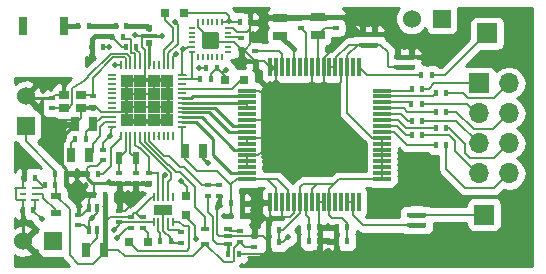
<source format=gtl>
G04 #@! TF.FileFunction,Copper,L1,Top,Signal*
%FSLAX46Y46*%
G04 Gerber Fmt 4.6, Leading zero omitted, Abs format (unit mm)*
G04 Created by KiCad (PCBNEW 4.0.6) date 09/14/17 18:40:33*
%MOMM*%
%LPD*%
G01*
G04 APERTURE LIST*
%ADD10C,0.150000*%
%ADD11R,0.398780X0.599440*%
%ADD12R,0.599440X0.398780*%
%ADD13R,0.635000X1.143000*%
%ADD14R,0.400000X0.650000*%
%ADD15R,1.524000X1.524000*%
%ADD16C,1.524000*%
%ADD17R,0.800000X0.800000*%
%ADD18R,0.200000X0.500000*%
%ADD19R,0.200000X0.550000*%
%ADD20R,0.500000X0.200000*%
%ADD21R,0.550000X0.200000*%
%ADD22R,0.700000X0.300000*%
%ADD23R,0.600000X0.600000*%
%ADD24R,1.700000X1.700000*%
%ADD25R,1.143000X0.635000*%
%ADD26R,1.500000X0.300000*%
%ADD27R,0.300000X1.500000*%
%ADD28R,0.900000X0.800000*%
%ADD29R,0.800000X1.600000*%
%ADD30O,1.700000X1.700000*%
%ADD31R,0.200000X0.800000*%
%ADD32R,0.800000X0.200000*%
%ADD33R,1.112500X1.112500*%
%ADD34R,0.600000X1.100000*%
%ADD35R,0.240000X0.700000*%
%ADD36R,1.500000X0.900000*%
%ADD37R,0.650000X0.400000*%
%ADD38R,0.700000X0.250000*%
%ADD39R,0.600000X0.250000*%
%ADD40R,0.900000X0.500000*%
%ADD41C,0.508000*%
%ADD42C,0.152000*%
%ADD43C,0.457200*%
%ADD44C,0.229000*%
%ADD45C,0.460000*%
%ADD46C,0.152400*%
%ADD47C,0.254000*%
G04 APERTURE END LIST*
D10*
D11*
X274207080Y-141962500D03*
X273307920Y-141962500D03*
D12*
X271957500Y-144562080D03*
X271957500Y-143662920D03*
D13*
X272595500Y-146612500D03*
X274119500Y-146612500D03*
D14*
X274207500Y-143062500D03*
X272907500Y-143062500D03*
X273557500Y-144962500D03*
X273557500Y-143062500D03*
X272907500Y-144962500D03*
X274207500Y-144962500D03*
X274207500Y-143062500D03*
X272907500Y-143062500D03*
X273557500Y-144962500D03*
X273557500Y-143062500D03*
X272907500Y-144962500D03*
X274207500Y-144962500D03*
D13*
X272595500Y-146612500D03*
X274119500Y-146612500D03*
D12*
X271957500Y-144562080D03*
X271957500Y-143662920D03*
D11*
X274207080Y-141962500D03*
X273307920Y-141962500D03*
X284700420Y-146980000D03*
X285599580Y-146980000D03*
D12*
X286880000Y-146399580D03*
X286880000Y-145500420D03*
X285690000Y-145949580D03*
X285690000Y-145050420D03*
D11*
X273649580Y-140200000D03*
X272750420Y-140200000D03*
D15*
X267535000Y-136150000D03*
D16*
X267535000Y-133610000D03*
D11*
X268289580Y-140550000D03*
X267390420Y-140550000D03*
X270050420Y-140210000D03*
X270949580Y-140210000D03*
X268189580Y-143290000D03*
X267290420Y-143290000D03*
X269150420Y-141180000D03*
X270049580Y-141180000D03*
D12*
X277980000Y-141009580D03*
X277980000Y-140110420D03*
D11*
X279799580Y-145890000D03*
X278900420Y-145890000D03*
D12*
X277460000Y-143850420D03*
X277460000Y-144749580D03*
X280720000Y-146019580D03*
X280720000Y-145120420D03*
X276430000Y-144749580D03*
X276430000Y-143850420D03*
D17*
X281080000Y-143700000D03*
X281080000Y-142100000D03*
X277885000Y-146005000D03*
X276285000Y-146005000D03*
X280935000Y-126555000D03*
X279335000Y-126555000D03*
D12*
X283885000Y-141180420D03*
X283885000Y-142079580D03*
X282935000Y-142079580D03*
X282935000Y-141180420D03*
X274070000Y-139049580D03*
X274070000Y-138150420D03*
D18*
X282140000Y-130350000D03*
D19*
X282540000Y-130350000D03*
X282940000Y-130350000D03*
X283340000Y-130350000D03*
X283740000Y-130350000D03*
D18*
X284140000Y-130350000D03*
D20*
X284640000Y-129850000D03*
D21*
X284640000Y-129450000D03*
X284640000Y-129050000D03*
X284640000Y-128650000D03*
X284640000Y-128250000D03*
D20*
X284640000Y-127850000D03*
D18*
X284140000Y-127350000D03*
D19*
X283740000Y-127350000D03*
X283340000Y-127350000D03*
X282940000Y-127350000D03*
X282540000Y-127350000D03*
D18*
X282140000Y-127350000D03*
D20*
X281640000Y-127850000D03*
D21*
X281640000Y-128250000D03*
X281640000Y-128650000D03*
X281640000Y-129050000D03*
X281640000Y-129450000D03*
D20*
X281640000Y-129850000D03*
D11*
X283199580Y-132210000D03*
X282300420Y-132210000D03*
X283719580Y-131270000D03*
X282820420Y-131270000D03*
X285650420Y-127360000D03*
X286549580Y-127360000D03*
D12*
X285780000Y-128730420D03*
X285780000Y-129629580D03*
D22*
X278326500Y-128500000D03*
D23*
X278000000Y-129112500D03*
X278000000Y-127887500D03*
D22*
X277637500Y-128500000D03*
D11*
X275729580Y-128620000D03*
X274830420Y-128620000D03*
X273150420Y-129450000D03*
X274049580Y-129450000D03*
X302250420Y-134930000D03*
X303149580Y-134930000D03*
X302250420Y-137770000D03*
X303149580Y-137770000D03*
X302240420Y-136300000D03*
X303139580Y-136300000D03*
X302250420Y-133375000D03*
X303149580Y-133375000D03*
D24*
X306600000Y-128300000D03*
D25*
X289100000Y-128512000D03*
X289100000Y-126988000D03*
D15*
X302760000Y-127060000D03*
D16*
X300220000Y-127060000D03*
D12*
X297075000Y-128375420D03*
X297075000Y-129274580D03*
D26*
X297700000Y-140650000D03*
X297700000Y-140150000D03*
X297700000Y-139650000D03*
X297700000Y-139150000D03*
X297700000Y-138650000D03*
X297700000Y-138150000D03*
X297700000Y-137650000D03*
X297700000Y-137150000D03*
X297700000Y-136650000D03*
X297700000Y-136150000D03*
X297700000Y-135650000D03*
X297700000Y-135150000D03*
X297700000Y-134650000D03*
X297700000Y-134150000D03*
X297700000Y-133650000D03*
X297700000Y-133150000D03*
D27*
X295750000Y-131200000D03*
X295250000Y-131200000D03*
X294750000Y-131200000D03*
X294250000Y-131200000D03*
X293750000Y-131200000D03*
X293250000Y-131200000D03*
X292750000Y-131200000D03*
X292250000Y-131200000D03*
X291750000Y-131200000D03*
X291250000Y-131200000D03*
X290750000Y-131200000D03*
X290250000Y-131200000D03*
X289750000Y-131200000D03*
X289250000Y-131200000D03*
X288750000Y-131200000D03*
X288250000Y-131200000D03*
D26*
X286300000Y-133150000D03*
X286300000Y-133650000D03*
X286300000Y-134150000D03*
X286300000Y-134650000D03*
X286300000Y-135150000D03*
X286300000Y-135650000D03*
X286300000Y-136150000D03*
X286300000Y-136650000D03*
X286300000Y-137150000D03*
X286300000Y-137650000D03*
X286300000Y-138150000D03*
X286300000Y-138650000D03*
X286300000Y-139150000D03*
X286300000Y-139650000D03*
X286300000Y-140150000D03*
X286300000Y-140650000D03*
D27*
X288250000Y-142600000D03*
X288750000Y-142600000D03*
X289250000Y-142600000D03*
X289750000Y-142600000D03*
X290250000Y-142600000D03*
X290750000Y-142600000D03*
X291250000Y-142600000D03*
X291750000Y-142600000D03*
X292250000Y-142600000D03*
X292750000Y-142600000D03*
X293250000Y-142600000D03*
X293750000Y-142600000D03*
X294250000Y-142600000D03*
X294750000Y-142600000D03*
X295250000Y-142600000D03*
X295750000Y-142600000D03*
D11*
X288100420Y-144950000D03*
X288999580Y-144950000D03*
X288100420Y-146000000D03*
X288999580Y-146000000D03*
D12*
X290800000Y-127849580D03*
X290800000Y-126950420D03*
X296025000Y-128375420D03*
X296025000Y-129274580D03*
D11*
X284950420Y-142675000D03*
X285849580Y-142675000D03*
X301025420Y-131875000D03*
X301924580Y-131875000D03*
X285849580Y-143750000D03*
X284950420Y-143750000D03*
X291500420Y-145850000D03*
X292399580Y-145850000D03*
X291500420Y-144725000D03*
X292399580Y-144725000D03*
X294749580Y-145900000D03*
X293850420Y-145900000D03*
D12*
X286975000Y-129775420D03*
X286975000Y-130674580D03*
D11*
X294749580Y-144725000D03*
X293850420Y-144725000D03*
D12*
X293775000Y-126950420D03*
X293775000Y-127849580D03*
X300200000Y-130300420D03*
X300200000Y-131199580D03*
X298975000Y-130300420D03*
X298975000Y-131199580D03*
D25*
X292275000Y-126963000D03*
X292275000Y-128487000D03*
D12*
X275435000Y-143380420D03*
X275435000Y-144279580D03*
X300075000Y-144549580D03*
X300075000Y-143650420D03*
X301175000Y-144549580D03*
X301175000Y-143650420D03*
D11*
X300200420Y-133000000D03*
X301099580Y-133000000D03*
X300175420Y-134250000D03*
X301074580Y-134250000D03*
X300200420Y-135690000D03*
X301099580Y-135690000D03*
X300200420Y-136910000D03*
X301099580Y-136910000D03*
D17*
X284390000Y-132270000D03*
X285990000Y-132270000D03*
D15*
X269880000Y-145900000D03*
D16*
X267340000Y-145900000D03*
D13*
X272932000Y-138620000D03*
X271408000Y-138620000D03*
D28*
X270800000Y-133500000D03*
X272200000Y-133500000D03*
X270800000Y-134600000D03*
X272200000Y-134600000D03*
D12*
X275450000Y-140100420D03*
X275450000Y-140999580D03*
X269800000Y-133750420D03*
X269800000Y-134649580D03*
X273200000Y-134549580D03*
X273200000Y-133650420D03*
D11*
X276899580Y-129450000D03*
X276000420Y-129450000D03*
D12*
X276850000Y-140100420D03*
X276850000Y-140999580D03*
D29*
X270745000Y-127673000D03*
X267345000Y-127673000D03*
D11*
X272849580Y-127700000D03*
X271950420Y-127700000D03*
D12*
X274000000Y-127650420D03*
X274000000Y-128549580D03*
D11*
X276049580Y-127700000D03*
X275150420Y-127700000D03*
X271730420Y-137270000D03*
X272629580Y-137270000D03*
D13*
X273262000Y-136000000D03*
X271738000Y-136000000D03*
X281058000Y-138300000D03*
X282582000Y-138300000D03*
D24*
X306340000Y-143650000D03*
X305880000Y-132540000D03*
D30*
X308420000Y-132540000D03*
X305880000Y-135080000D03*
X308420000Y-135080000D03*
X305880000Y-137620000D03*
X308420000Y-137620000D03*
X305880000Y-140160000D03*
X308420000Y-140160000D03*
D31*
X275600000Y-137000000D03*
X276000000Y-137000000D03*
X276400000Y-137000000D03*
X276800000Y-137000000D03*
X277200000Y-137000000D03*
X277600000Y-137000000D03*
X278000000Y-137000000D03*
X278400000Y-137000000D03*
X278800000Y-137000000D03*
X279200000Y-137000000D03*
X279600000Y-137000000D03*
X280000000Y-137000000D03*
D32*
X280800000Y-136200000D03*
X280800000Y-135800000D03*
X280800000Y-135400000D03*
X280800000Y-135000000D03*
X280800000Y-134600000D03*
X280800000Y-134200000D03*
X280800000Y-133800000D03*
X280800000Y-133400000D03*
X280800000Y-133000000D03*
X280800000Y-132600000D03*
X280800000Y-132200000D03*
X280800000Y-131800000D03*
D31*
X280000000Y-131000000D03*
X279600000Y-131000000D03*
X279200000Y-131000000D03*
X278800000Y-131000000D03*
X278400000Y-131000000D03*
X278000000Y-131000000D03*
X277600000Y-131000000D03*
X277200000Y-131000000D03*
X276800000Y-131000000D03*
X276400000Y-131000000D03*
X276000000Y-131000000D03*
X275600000Y-131000000D03*
D32*
X274800000Y-131800000D03*
X274800000Y-132200000D03*
X274800000Y-132600000D03*
X274800000Y-133000000D03*
X274800000Y-133400000D03*
X274800000Y-133800000D03*
X274800000Y-134200000D03*
X274800000Y-134600000D03*
X274800000Y-135000000D03*
X274800000Y-135400000D03*
X274800000Y-135800000D03*
X274800000Y-136200000D03*
D33*
X279468750Y-132331250D03*
X278356250Y-132331250D03*
X277243750Y-132331250D03*
X276131250Y-132331250D03*
X279468750Y-133443750D03*
X278356250Y-133443750D03*
X277243750Y-133443750D03*
X276131250Y-133443750D03*
X279468750Y-134556250D03*
X278356250Y-134556250D03*
X277243750Y-134556250D03*
X276131250Y-134556250D03*
X279468750Y-135668750D03*
X278356250Y-135668750D03*
X277243750Y-135668750D03*
X276131250Y-135668750D03*
D34*
X276850000Y-138850000D03*
X275450000Y-138850000D03*
D35*
X278370000Y-144290000D03*
X278770000Y-144290000D03*
X279170000Y-144290000D03*
X279570000Y-144290000D03*
X279970000Y-144290000D03*
X279970000Y-142190000D03*
X279570000Y-142190000D03*
X279170000Y-142190000D03*
X278770000Y-142190000D03*
X278370000Y-142190000D03*
D36*
X279170000Y-143240000D03*
D37*
X284630000Y-146140000D03*
X284630000Y-144840000D03*
X284630000Y-145490000D03*
X282730000Y-144840000D03*
X282730000Y-146140000D03*
D38*
X268280000Y-142440000D03*
D39*
X268280000Y-141940000D03*
X268280000Y-141440000D03*
X267280000Y-141440000D03*
X267280000Y-141940000D03*
X267280000Y-142440000D03*
D40*
X270100000Y-142055000D03*
X270100000Y-143555000D03*
D41*
X280290000Y-130050000D03*
X280170000Y-127340000D03*
X282930000Y-139290000D03*
X279170000Y-143240000D03*
X267330000Y-139110000D03*
X287750000Y-138800000D03*
X293100000Y-144650000D03*
X292700000Y-134100000D03*
X285950000Y-141650000D03*
X276850000Y-141650000D03*
X273150000Y-130150000D03*
X279110000Y-128530000D03*
X276820000Y-128420000D03*
X268870000Y-144010000D03*
X284730000Y-127260000D03*
X284500000Y-131380000D03*
X284325000Y-143775000D03*
X275120000Y-130980000D03*
X274640000Y-137010000D03*
X274580000Y-129450000D03*
X273157500Y-143912500D03*
X289730000Y-145590000D03*
X280850000Y-129600000D03*
X282230000Y-131270000D03*
X274980000Y-144980000D03*
X281910000Y-145755000D03*
X275235000Y-145630000D03*
X280680000Y-140830000D03*
X279320000Y-140330000D03*
D42*
X274100000Y-140200000D02*
X273649580Y-140200000D01*
X274730000Y-139570000D02*
X274100000Y-140200000D01*
X274730000Y-138010000D02*
X274730000Y-139570000D01*
X275600000Y-137140000D02*
X274730000Y-138010000D01*
X275600000Y-137000000D02*
X275600000Y-137140000D01*
X275600000Y-137000000D02*
X275550000Y-137000000D01*
X276899580Y-129450000D02*
X276899580Y-129699580D01*
X276899580Y-129699580D02*
X277200000Y-130000000D01*
X277200000Y-130000000D02*
X277200000Y-131000000D01*
D43*
X276049580Y-127700000D02*
X277800000Y-127700000D01*
X277800000Y-127700000D02*
X278000000Y-127900000D01*
D44*
X280800000Y-135000000D02*
X283060000Y-135000000D01*
X284710000Y-136650000D02*
X286300000Y-136650000D01*
X283060000Y-135000000D02*
X284710000Y-136650000D01*
X280800000Y-134600000D02*
X283550000Y-134600000D01*
X285100000Y-136150000D02*
X286300000Y-136150000D01*
X283550000Y-134600000D02*
X285100000Y-136150000D01*
D42*
X286200000Y-136250000D02*
X286300000Y-136150000D01*
X280000000Y-131000000D02*
X280000000Y-130340000D01*
X280000000Y-130340000D02*
X280290000Y-130050000D01*
X280000000Y-131000000D02*
X280000000Y-130730000D01*
X279600000Y-131000000D02*
X279600000Y-129990000D01*
X280400000Y-127570000D02*
X280170000Y-127340000D01*
X280400000Y-129190000D02*
X280400000Y-127570000D01*
X279600000Y-129990000D02*
X280400000Y-129190000D01*
D44*
X286300000Y-140150000D02*
X284940000Y-140150000D01*
X281940000Y-135800000D02*
X280800000Y-135800000D01*
X283360000Y-137220000D02*
X281940000Y-135800000D01*
X283360000Y-138570000D02*
X283360000Y-137220000D01*
X284940000Y-140150000D02*
X283360000Y-138570000D01*
D45*
X271950420Y-127700000D02*
X270772000Y-127700000D01*
X270772000Y-127700000D02*
X270745000Y-127673000D01*
D42*
X271408000Y-138620000D02*
X271408000Y-137592420D01*
X271408000Y-137592420D02*
X271730420Y-137270000D01*
D44*
X282582000Y-138300000D02*
X282582000Y-138942000D01*
X282582000Y-138942000D02*
X282930000Y-139290000D01*
D42*
X279170000Y-144290000D02*
X279170000Y-143240000D01*
D44*
X270949580Y-140210000D02*
X270949580Y-139789580D01*
X270620000Y-137118000D02*
X271738000Y-136000000D01*
X270620000Y-139460000D02*
X270620000Y-137118000D01*
X270949580Y-139789580D02*
X270620000Y-139460000D01*
X270949580Y-140210000D02*
X272740420Y-140210000D01*
X272740420Y-140210000D02*
X272750420Y-140200000D01*
X267390420Y-140550000D02*
X267390420Y-139170420D01*
X267390420Y-139170420D02*
X267330000Y-139110000D01*
X267340000Y-145900000D02*
X267340000Y-143339580D01*
X267340000Y-143339580D02*
X267290420Y-143290000D01*
D42*
X273307920Y-141962500D02*
X273307920Y-141162080D01*
X273307920Y-141162080D02*
X273470420Y-140999580D01*
X273307920Y-141962500D02*
X273307500Y-141962500D01*
X273307920Y-141962500D02*
X273307920Y-141932920D01*
X273252920Y-141907500D02*
X273307920Y-141962500D01*
X272307080Y-143662920D02*
X272907500Y-143062500D01*
X271957500Y-143662920D02*
X272307080Y-143662920D01*
X272907500Y-142362920D02*
X273307920Y-141962500D01*
X272907500Y-143062500D02*
X272907500Y-142362920D01*
X272907500Y-143062500D02*
X272907500Y-142362920D01*
X272907500Y-142362920D02*
X273307920Y-141962500D01*
X271957500Y-143662920D02*
X272307080Y-143662920D01*
X272307080Y-143662920D02*
X272907500Y-143062500D01*
X273252920Y-141907500D02*
X273307920Y-141962500D01*
X273307920Y-141962500D02*
X273307920Y-141932920D01*
X273307920Y-141962500D02*
X273307500Y-141962500D01*
X267280000Y-142440000D02*
X267280000Y-143279580D01*
X267280000Y-143279580D02*
X267290420Y-143290000D01*
X267280000Y-141440000D02*
X266650000Y-141440000D01*
X266800000Y-142440000D02*
X267280000Y-142440000D01*
X266680000Y-142320000D02*
X266800000Y-142440000D01*
X266680000Y-141470000D02*
X266680000Y-142320000D01*
X266650000Y-141440000D02*
X266680000Y-141470000D01*
X267280000Y-141440000D02*
X267280000Y-140660420D01*
X267280000Y-140660420D02*
X267390420Y-140550000D01*
X286880000Y-145500420D02*
X287600840Y-145500420D01*
X287600840Y-145500420D02*
X288100420Y-146000000D01*
X284630000Y-145490000D02*
X286869580Y-145490000D01*
X286869580Y-145490000D02*
X286880000Y-145500420D01*
X285599580Y-146980000D02*
X287680000Y-146980000D01*
X287680000Y-146980000D02*
X288100420Y-146559580D01*
X288100420Y-146559580D02*
X288100420Y-146000000D01*
X288100420Y-145730420D02*
X288100420Y-146000000D01*
X283885000Y-142079580D02*
X283885000Y-143075000D01*
X283920000Y-145490000D02*
X284630000Y-145490000D01*
X283730000Y-145300000D02*
X283920000Y-145490000D01*
X283730000Y-143230000D02*
X283730000Y-145300000D01*
X283885000Y-143075000D02*
X283730000Y-143230000D01*
X275435000Y-143380420D02*
X275909580Y-143380420D01*
X276850000Y-142440000D02*
X276850000Y-141650000D01*
X275909580Y-143380420D02*
X276850000Y-142440000D01*
D44*
X272750420Y-140200000D02*
X272750420Y-140570420D01*
X272750420Y-140570420D02*
X273179580Y-140999580D01*
X273179580Y-140999580D02*
X273470420Y-140999580D01*
X273470420Y-140999580D02*
X275450000Y-140999580D01*
X276850000Y-140999580D02*
X275450000Y-140999580D01*
X269800000Y-133750420D02*
X267675420Y-133750420D01*
X267675420Y-133750420D02*
X267535000Y-133610000D01*
D42*
X277980000Y-141009580D02*
X276860000Y-141009580D01*
X276860000Y-141009580D02*
X276850000Y-140999580D01*
X279799580Y-145890000D02*
X279799580Y-145639580D01*
X279799580Y-145639580D02*
X279170000Y-145010000D01*
X279170000Y-145010000D02*
X279170000Y-144290000D01*
X280720000Y-146019580D02*
X279929160Y-146019580D01*
X279929160Y-146019580D02*
X279799580Y-145890000D01*
X286975000Y-130674580D02*
X287724580Y-130674580D01*
X287724580Y-130674580D02*
X288250000Y-131200000D01*
X293100000Y-144650000D02*
X293100000Y-144725000D01*
D43*
X293775000Y-126950420D02*
X294375420Y-126950420D01*
X294375420Y-126950420D02*
X295800420Y-128375420D01*
D42*
X292399580Y-144725000D02*
X293100000Y-144725000D01*
X293100000Y-144725000D02*
X293850420Y-144725000D01*
X292399580Y-144725000D02*
X292399580Y-142749580D01*
X292399580Y-142749580D02*
X292250000Y-142600000D01*
X288250000Y-143725000D02*
X288250000Y-144800420D01*
X288250000Y-144800420D02*
X288100420Y-144950000D01*
X292449580Y-145900000D02*
X292399580Y-145850000D01*
X292750000Y-131200000D02*
X292750000Y-130375000D01*
X294749580Y-128375420D02*
X296025000Y-128375420D01*
X292750000Y-130375000D02*
X294749580Y-128375420D01*
D43*
X297075000Y-128375420D02*
X297875420Y-128375420D01*
X298975000Y-129475000D02*
X298975000Y-130300420D01*
X297875420Y-128375420D02*
X298975000Y-129475000D01*
X298975000Y-130300420D02*
X300200000Y-130300420D01*
X297075000Y-128375420D02*
X296025000Y-128375420D01*
X295800420Y-128375420D02*
X296025000Y-128375420D01*
X293775000Y-126950420D02*
X292287580Y-126950420D01*
X292287580Y-126950420D02*
X292275000Y-126963000D01*
X290800000Y-126950420D02*
X292262420Y-126950420D01*
X292262420Y-126950420D02*
X292275000Y-126963000D01*
D42*
X294250000Y-132425000D02*
X294250000Y-131200000D01*
X290250000Y-142600000D02*
X290250000Y-143550000D01*
X290250000Y-143550000D02*
X289900000Y-143900000D01*
X288100420Y-146000000D02*
X288100420Y-144950000D01*
X292399580Y-145850000D02*
X292399580Y-144725000D01*
X293850420Y-144725000D02*
X293850420Y-145900000D01*
X288750000Y-131200000D02*
X288250000Y-131200000D01*
D43*
X289100000Y-126988000D02*
X290762420Y-126988000D01*
D42*
X290762420Y-126988000D02*
X290800000Y-126950420D01*
X289112420Y-127000420D02*
X289100000Y-126988000D01*
X292750000Y-132400000D02*
X292750000Y-131200000D01*
X291750000Y-132700000D02*
X291750000Y-131200000D01*
X288250000Y-131200000D02*
X288250000Y-131800000D01*
X288250000Y-131200000D02*
X288250000Y-130900000D01*
X288250000Y-131200000D02*
X288250000Y-131000000D01*
X292750000Y-142600000D02*
X292250000Y-142600000D01*
D43*
X292400000Y-132750000D02*
X292400000Y-133800000D01*
X292400000Y-133800000D02*
X292700000Y-134100000D01*
D42*
X287500000Y-138550000D02*
X287750000Y-138800000D01*
X288425000Y-143900000D02*
X288250000Y-143725000D01*
X289225000Y-132750000D02*
X291700000Y-132750000D01*
X292400000Y-132750000D02*
X293925000Y-132750000D01*
X293925000Y-132750000D02*
X294250000Y-132425000D01*
X289900000Y-143900000D02*
X289275000Y-143900000D01*
X291700000Y-132750000D02*
X292400000Y-132750000D01*
X292400000Y-132750000D02*
X292750000Y-132400000D01*
X291700000Y-132750000D02*
X291750000Y-132700000D01*
X285950000Y-141650000D02*
X285849580Y-141750420D01*
X288712500Y-132237500D02*
X289225000Y-132750000D01*
X287700000Y-133250000D02*
X288712500Y-132237500D01*
X288712500Y-132237500D02*
X288750000Y-132200000D01*
X287400000Y-133250000D02*
X287700000Y-133250000D01*
X287400000Y-133250000D02*
X287500000Y-133350000D01*
X287300000Y-133150000D02*
X287400000Y-133250000D01*
X287500000Y-133350000D02*
X287500000Y-135450000D01*
X287500000Y-137100000D02*
X287500000Y-135450000D01*
X287500000Y-135450000D02*
X287500000Y-135550000D01*
X287500000Y-135550000D02*
X287400000Y-135650000D01*
X287500000Y-138325000D02*
X287500000Y-138550000D01*
X287500000Y-137125000D02*
X287500000Y-138325000D01*
X287500000Y-138325000D02*
X287500000Y-138375000D01*
X287500000Y-138375000D02*
X287225000Y-138650000D01*
X287500000Y-137150000D02*
X287500000Y-137125000D01*
X287500000Y-137125000D02*
X287500000Y-137100000D01*
X289275000Y-143900000D02*
X288425000Y-143900000D01*
X289275000Y-143900000D02*
X289250000Y-143900000D01*
X282140000Y-127350000D02*
X282140000Y-127810000D01*
X283850000Y-129050000D02*
X284640000Y-129050000D01*
X283110000Y-128310000D02*
X283850000Y-129050000D01*
X282640000Y-128310000D02*
X283110000Y-128310000D01*
X282140000Y-127810000D02*
X282640000Y-128310000D01*
X273150420Y-130149580D02*
X273150000Y-130150000D01*
X273150420Y-129450000D02*
X273150420Y-130149580D01*
D44*
X279080000Y-128500000D02*
X278326500Y-128500000D01*
X279080000Y-128500000D02*
X279110000Y-128530000D01*
D42*
X285930000Y-129629580D02*
X286975000Y-130674580D01*
X272750420Y-140200000D02*
X272750420Y-139709580D01*
X273609580Y-139510000D02*
X274070000Y-139049580D01*
X272950000Y-139510000D02*
X273609580Y-139510000D01*
X272750420Y-139709580D02*
X272950000Y-139510000D01*
X285780000Y-129629580D02*
X286150420Y-129629580D01*
X286549580Y-129230420D02*
X286549580Y-127930420D01*
X286150420Y-129629580D02*
X286549580Y-129230420D01*
X285780000Y-129629580D02*
X285930000Y-129629580D01*
X284640000Y-129050000D02*
X285200420Y-129050000D01*
X285200420Y-129050000D02*
X285780000Y-129629580D01*
X284640000Y-127850000D02*
X285050000Y-127850000D01*
X286290000Y-128190000D02*
X286549580Y-127930420D01*
X285390000Y-128190000D02*
X286290000Y-128190000D01*
X285050000Y-127850000D02*
X285390000Y-128190000D01*
X286549580Y-127930420D02*
X286549580Y-127360000D01*
X276000420Y-129450000D02*
X275660420Y-129450000D01*
X275660420Y-129450000D02*
X274830420Y-128620000D01*
D43*
X274000000Y-128549580D02*
X274760000Y-128549580D01*
X274760000Y-128549580D02*
X274830420Y-128620000D01*
D42*
X276900000Y-128500000D02*
X276820000Y-128420000D01*
X277637500Y-128500000D02*
X276900000Y-128500000D01*
X277637500Y-128500000D02*
X278326500Y-128500000D01*
D43*
X276850000Y-141650000D02*
X276850000Y-140999580D01*
D42*
X272750420Y-140200000D02*
X272750420Y-140375840D01*
D43*
X273150420Y-129450000D02*
X273150420Y-128799580D01*
X273150420Y-128799580D02*
X273400420Y-128549580D01*
X273400420Y-128549580D02*
X274000000Y-128549580D01*
D42*
X273200000Y-134549580D02*
X273449580Y-134549580D01*
X273449580Y-134549580D02*
X273900000Y-135000000D01*
X273900000Y-135000000D02*
X274800000Y-135000000D01*
X277600000Y-131000000D02*
X277600000Y-129700000D01*
X277350000Y-129450000D02*
X277350000Y-128500000D01*
X277600000Y-129700000D02*
X277350000Y-129450000D01*
X278356250Y-132331250D02*
X278356250Y-133443750D01*
X277243750Y-135668750D02*
X276131250Y-135668750D01*
X278356250Y-135668750D02*
X277243750Y-135668750D01*
X279468750Y-135668750D02*
X278356250Y-135668750D01*
X279468750Y-134556250D02*
X279468750Y-135668750D01*
X278356250Y-134556250D02*
X279468750Y-134556250D01*
X277243750Y-134556250D02*
X278356250Y-134556250D01*
X276131250Y-134556250D02*
X277243750Y-134556250D01*
X276131250Y-133443750D02*
X276131250Y-134556250D01*
X277243750Y-133443750D02*
X276131250Y-133443750D01*
X278356250Y-133443750D02*
X277243750Y-133443750D01*
X279468750Y-132331250D02*
X279468750Y-133443750D01*
X278356250Y-132331250D02*
X279468750Y-132331250D01*
X277243750Y-132331250D02*
X278356250Y-132331250D01*
X276131250Y-132331250D02*
X277243750Y-132331250D01*
X274800000Y-135000000D02*
X275687500Y-135000000D01*
X275687500Y-135000000D02*
X276131250Y-134556250D01*
X277600000Y-131000000D02*
X277600000Y-131975000D01*
X277600000Y-131975000D02*
X277243750Y-132331250D01*
X270800000Y-133500000D02*
X270050420Y-133500000D01*
X270050420Y-133500000D02*
X269800000Y-133750420D01*
X273200000Y-134549580D02*
X272250420Y-134549580D01*
X272250420Y-134549580D02*
X272200000Y-134600000D01*
X288250000Y-142600000D02*
X285924580Y-142600000D01*
X285924580Y-142600000D02*
X285849580Y-142675000D01*
X285849580Y-141750420D02*
X285849580Y-142675000D01*
X285849580Y-143750000D02*
X285849580Y-142675000D01*
X288250000Y-142600000D02*
X288250000Y-143725000D01*
X289250000Y-143900000D02*
X289250000Y-142600000D01*
X287225000Y-138650000D02*
X286300000Y-138650000D01*
X286300000Y-137650000D02*
X286300000Y-137150000D01*
X286300000Y-138650000D02*
X286300000Y-139150000D01*
X286300000Y-139150000D02*
X286300000Y-139650000D01*
X286300000Y-133150000D02*
X287300000Y-133150000D01*
X286300000Y-137150000D02*
X287500000Y-137150000D01*
X288750000Y-132200000D02*
X288750000Y-131200000D01*
X287400000Y-135650000D02*
X286300000Y-135650000D01*
X269800000Y-133750420D02*
X269093580Y-133750420D01*
X269093580Y-133750420D02*
X268986000Y-133858000D01*
X268986000Y-133858000D02*
X268986000Y-135610000D01*
X268986000Y-135610000D02*
X268986000Y-135636000D01*
X268986000Y-135636000D02*
X272034000Y-135636000D01*
X272034000Y-135636000D02*
X272200000Y-135470000D01*
X272200000Y-135470000D02*
X272200000Y-134650000D01*
D46*
X272300420Y-134549580D02*
X272200000Y-134650000D01*
D42*
X268189580Y-143290000D02*
X268189580Y-143329580D01*
X268189580Y-143329580D02*
X268870000Y-144010000D01*
X284034790Y-131585210D02*
X284294790Y-131585210D01*
X284500000Y-131380000D02*
X284294790Y-131585210D01*
X284390000Y-132270000D02*
X284390000Y-131940420D01*
X284390000Y-131940420D02*
X284034790Y-131585210D01*
X284034790Y-131585210D02*
X283719580Y-131270000D01*
X268280000Y-142440000D02*
X268280000Y-143199580D01*
X268280000Y-143199580D02*
X268189580Y-143290000D01*
X284730000Y-127260000D02*
X284730000Y-126800000D01*
X284730000Y-126800000D02*
X284485000Y-126555000D01*
X284485000Y-126555000D02*
X280935000Y-126555000D01*
X281058000Y-138300000D02*
X281058000Y-138948000D01*
X283700000Y-139940000D02*
X284950420Y-141190420D01*
X282050000Y-139940000D02*
X283700000Y-139940000D01*
X281058000Y-138948000D02*
X282050000Y-139940000D01*
X280800000Y-136200000D02*
X280800000Y-138042000D01*
X280800000Y-138042000D02*
X281058000Y-138300000D01*
X285650420Y-127360000D02*
X284830000Y-127360000D01*
X284830000Y-127360000D02*
X284730000Y-127260000D01*
X284140000Y-127350000D02*
X284640000Y-127350000D01*
X284640000Y-127350000D02*
X284730000Y-127260000D01*
X283199580Y-132210000D02*
X283199580Y-131790000D01*
X283199580Y-131790000D02*
X283719580Y-131270000D01*
X285640420Y-127350000D02*
X285650420Y-127360000D01*
D43*
X284950420Y-143750000D02*
X284350000Y-143750000D01*
X284325000Y-143775000D02*
X284350000Y-143750000D01*
D42*
X284950420Y-143750000D02*
X284950420Y-142675000D01*
X284950420Y-142675000D02*
X284950420Y-141190420D01*
X284950420Y-141190420D02*
X284950420Y-141099580D01*
X284950420Y-141099580D02*
X285400000Y-140650000D01*
X285400000Y-140650000D02*
X286300000Y-140650000D01*
X288000000Y-140650000D02*
X288850000Y-140650000D01*
X289750000Y-141550000D02*
X289750000Y-142600000D01*
X288850000Y-140650000D02*
X289750000Y-141550000D01*
X286300000Y-140650000D02*
X288000000Y-140650000D01*
X288750000Y-141400000D02*
X288750000Y-142600000D01*
X288000000Y-140650000D02*
X288750000Y-141400000D01*
X275120000Y-130980000D02*
X275140000Y-131000000D01*
X274070000Y-137580000D02*
X274640000Y-137010000D01*
X274640000Y-137010000D02*
X274660000Y-136990000D01*
X274070000Y-138150420D02*
X274070000Y-137580000D01*
X274660000Y-136990000D02*
X274800000Y-136200000D01*
X274049580Y-129450000D02*
X274580000Y-129450000D01*
X275140000Y-131000000D02*
X275600000Y-131000000D01*
X280800000Y-138788000D02*
X280788000Y-138800000D01*
X273145000Y-143925000D02*
X273157500Y-143912500D01*
X289320000Y-146000000D02*
X288999580Y-146000000D01*
X289730000Y-145590000D02*
X289320000Y-146000000D01*
X273145000Y-143925000D02*
X273125000Y-143945000D01*
X273125000Y-143945000D02*
X272907500Y-144162500D01*
X272907500Y-144162500D02*
X272907500Y-144962500D01*
X273557500Y-143512500D02*
X273157500Y-143912500D01*
X273557500Y-143062500D02*
X273557500Y-143512500D01*
X272507080Y-144562080D02*
X272907500Y-144962500D01*
X271957500Y-144562080D02*
X272507080Y-144562080D01*
X271957500Y-144562080D02*
X272507080Y-144562080D01*
X272507080Y-144562080D02*
X272907500Y-144962500D01*
X273557500Y-143062500D02*
X273557500Y-143512500D01*
X273557500Y-143512500D02*
X273157500Y-143912500D01*
X272907500Y-144162500D02*
X272907500Y-144962500D01*
X273157500Y-143912500D02*
X272907500Y-144162500D01*
X296025000Y-129274580D02*
X295650420Y-129274580D01*
X294750000Y-130175000D02*
X294750000Y-131200000D01*
X295650420Y-129274580D02*
X294750000Y-130175000D01*
X293250000Y-142600000D02*
X293250000Y-143700000D01*
X294749580Y-144349580D02*
X294749580Y-144725000D01*
X294350000Y-143950000D02*
X294749580Y-144349580D01*
X293500000Y-143950000D02*
X294350000Y-143950000D01*
X293250000Y-143700000D02*
X293500000Y-143950000D01*
X290750000Y-142600000D02*
X290750000Y-143550000D01*
X289350000Y-144950000D02*
X288999580Y-144950000D01*
X290750000Y-143550000D02*
X289350000Y-144950000D01*
X297075000Y-129274580D02*
X297549580Y-129274580D01*
X298274580Y-131199580D02*
X298975000Y-131199580D01*
X298175000Y-131100000D02*
X298274580Y-131199580D01*
X298175000Y-129900000D02*
X298175000Y-131100000D01*
X297549580Y-129274580D02*
X298175000Y-129900000D01*
X293750000Y-131200000D02*
X293750000Y-130400000D01*
X294875420Y-129274580D02*
X296025000Y-129274580D01*
X293750000Y-130400000D02*
X294875420Y-129274580D01*
D43*
X297075000Y-129274580D02*
X296025000Y-129274580D01*
X300200000Y-131199580D02*
X298975000Y-131199580D01*
D42*
X288999580Y-144950000D02*
X288999580Y-146000000D01*
X292300000Y-141050000D02*
X291050000Y-141050000D01*
X290750000Y-141350000D02*
X290750000Y-142600000D01*
X291050000Y-141050000D02*
X290750000Y-141350000D01*
X291750000Y-142600000D02*
X291750000Y-141475000D01*
X292175000Y-141050000D02*
X292300000Y-141050000D01*
X292300000Y-141050000D02*
X293675000Y-141050000D01*
X291750000Y-141475000D02*
X292175000Y-141050000D01*
X293250000Y-142600000D02*
X293250000Y-141475000D01*
X294075000Y-140650000D02*
X297700000Y-140650000D01*
X293250000Y-141475000D02*
X293675000Y-141050000D01*
X293675000Y-141050000D02*
X294075000Y-140650000D01*
X294749580Y-145900000D02*
X294749580Y-144725000D01*
X294750000Y-131200000D02*
X294750000Y-132450000D01*
X294750000Y-132450000D02*
X294750000Y-135075000D01*
X296825000Y-137150000D02*
X297700000Y-137150000D01*
X294750000Y-135075000D02*
X296825000Y-137150000D01*
X297700000Y-139150000D02*
X297700000Y-139650000D01*
X297700000Y-140150000D02*
X297700000Y-140650000D01*
X297700000Y-137150000D02*
X297700000Y-137650000D01*
X293299580Y-142649580D02*
X293250000Y-142600000D01*
X297700000Y-138650000D02*
X297700000Y-139150000D01*
X297700000Y-139650000D02*
X297700000Y-140150000D01*
X297700000Y-138150000D02*
X297700000Y-138650000D01*
X297700000Y-137650000D02*
X297700000Y-138150000D01*
X290749580Y-142600420D02*
X290750000Y-142600000D01*
X290749580Y-142600420D02*
X290750000Y-142600000D01*
X293250000Y-131200000D02*
X293750000Y-131200000D01*
X302240420Y-136300000D02*
X299700000Y-136300000D01*
X299050000Y-135650000D02*
X297700000Y-135650000D01*
X299700000Y-136300000D02*
X299050000Y-135650000D01*
X297650000Y-135600000D02*
X297700000Y-135650000D01*
X297700000Y-135150000D02*
X299320000Y-135150000D01*
X299860000Y-135690000D02*
X300200420Y-135690000D01*
X299320000Y-135150000D02*
X299860000Y-135690000D01*
X297700000Y-134150000D02*
X300075420Y-134150000D01*
X300075420Y-134150000D02*
X300175420Y-134250000D01*
X297700000Y-133150000D02*
X300050420Y-133150000D01*
X300050420Y-133150000D02*
X300200420Y-133000000D01*
X300050420Y-133150000D02*
X300200420Y-133000000D01*
X301025420Y-131875000D02*
X296425000Y-131875000D01*
X296425000Y-131875000D02*
X295750000Y-131200000D01*
D44*
X286300000Y-133650000D02*
X281710000Y-133650000D01*
X281560000Y-133800000D02*
X280800000Y-133800000D01*
X281710000Y-133650000D02*
X281560000Y-133800000D01*
D42*
X286250000Y-133600000D02*
X286300000Y-133650000D01*
D44*
X280800000Y-135400000D02*
X282460000Y-135400000D01*
X285210000Y-138150000D02*
X286300000Y-138150000D01*
X282460000Y-135400000D02*
X285210000Y-138150000D01*
D42*
X306340000Y-143650000D02*
X301175420Y-143650000D01*
X301175420Y-143650000D02*
X301175000Y-143650420D01*
D43*
X301175000Y-143650420D02*
X300075000Y-143650420D01*
D42*
X301099580Y-135690000D02*
X303990000Y-135690000D01*
X303990000Y-135690000D02*
X305880000Y-137580000D01*
X305880000Y-137580000D02*
X305880000Y-137620000D01*
X301074580Y-134250000D02*
X304900000Y-134250000D01*
X304900000Y-134250000D02*
X305730000Y-135080000D01*
X305730000Y-135080000D02*
X305880000Y-135080000D01*
X301099580Y-133000000D02*
X301650000Y-133000000D01*
X302110000Y-132540000D02*
X305880000Y-132540000D01*
X301650000Y-133000000D02*
X302110000Y-132540000D01*
X305150000Y-132720000D02*
X305330000Y-132540000D01*
X274119500Y-146612500D02*
X275362500Y-146612500D01*
X281710000Y-147160000D02*
X282730000Y-146140000D01*
X275910000Y-147160000D02*
X281710000Y-147160000D01*
X275362500Y-146612500D02*
X275910000Y-147160000D01*
X276430000Y-143850420D02*
X274649580Y-143850420D01*
X274649580Y-143850420D02*
X274207500Y-144292500D01*
X274119500Y-146612500D02*
X274119500Y-146910500D01*
X274119500Y-146910500D02*
X273220000Y-147810000D01*
X271260000Y-143215000D02*
X270100000Y-142055000D01*
X271260000Y-147080000D02*
X271260000Y-143215000D01*
X271990000Y-147810000D02*
X271260000Y-147080000D01*
X273220000Y-147810000D02*
X271990000Y-147810000D01*
X274107080Y-142962080D02*
X274207500Y-143062500D01*
D43*
X274207500Y-143062500D02*
X274207500Y-144292500D01*
X274207500Y-144292500D02*
X274207500Y-144962500D01*
D42*
X274119500Y-145050500D02*
X274207500Y-144962500D01*
D43*
X274207080Y-141962500D02*
X274207080Y-143062080D01*
D42*
X274207080Y-143062080D02*
X274207500Y-143062500D01*
D43*
X274119500Y-146612500D02*
X274182500Y-146612500D01*
X274207500Y-146524500D02*
X274119500Y-146612500D01*
X274207500Y-144962500D02*
X274207500Y-146524500D01*
X274207500Y-144962500D02*
X274207500Y-146524500D01*
X274207500Y-146524500D02*
X274119500Y-146612500D01*
X274119500Y-146612500D02*
X274182500Y-146612500D01*
D42*
X274207080Y-143062080D02*
X274207500Y-143062500D01*
D43*
X274207080Y-141962500D02*
X274207080Y-143062080D01*
D42*
X274119500Y-145050500D02*
X274207500Y-144962500D01*
D43*
X274207500Y-143062500D02*
X274207500Y-144962500D01*
D42*
X274107080Y-142962080D02*
X274207500Y-143062500D01*
X270050420Y-140210000D02*
X270050420Y-139930420D01*
X270050420Y-139930420D02*
X267535000Y-137415000D01*
X267535000Y-137415000D02*
X267535000Y-136150000D01*
X270049580Y-141180000D02*
X270049580Y-140210840D01*
X270049580Y-140210840D02*
X270050420Y-140210000D01*
X282730000Y-146140000D02*
X282470000Y-146140000D01*
X285690000Y-145949580D02*
X285690000Y-145960000D01*
X285690000Y-145960000D02*
X285140000Y-146510000D01*
X285140000Y-146510000D02*
X285140000Y-147570000D01*
X285140000Y-147570000D02*
X285000000Y-147710000D01*
X285000000Y-147710000D02*
X284300000Y-147710000D01*
X284300000Y-147710000D02*
X282730000Y-146140000D01*
X286880000Y-146399580D02*
X286140000Y-146399580D01*
X286140000Y-146399580D02*
X285690000Y-145949580D01*
X270100000Y-142055000D02*
X270100000Y-142080000D01*
X270100000Y-142055000D02*
X270100000Y-141230420D01*
X270100000Y-141230420D02*
X270049580Y-141180000D01*
X276870000Y-143540000D02*
X276740420Y-143540000D01*
X276740420Y-143540000D02*
X276430000Y-143850420D01*
X277460000Y-143850420D02*
X277180420Y-143850420D01*
X277180420Y-143850420D02*
X276870000Y-143540000D01*
X276870000Y-143540000D02*
X276867080Y-143537080D01*
X278370000Y-142190000D02*
X278250000Y-142190000D01*
X278250000Y-142190000D02*
X278240000Y-142200000D01*
X276867080Y-143537080D02*
X276902920Y-143537080D01*
X276902920Y-143537080D02*
X278240000Y-142200000D01*
X300075000Y-144549580D02*
X296089580Y-144549580D01*
X295250000Y-143710000D02*
X295250000Y-142600000D01*
X296089580Y-144549580D02*
X295250000Y-143710000D01*
X294750000Y-142600000D02*
X295250000Y-142600000D01*
X294750420Y-142600420D02*
X294750000Y-142600000D01*
X299975000Y-144649580D02*
X300075000Y-144549580D01*
D43*
X300075000Y-144549580D02*
X301175000Y-144549580D01*
D45*
X274000000Y-127699580D02*
X272850000Y-127699580D01*
X272850000Y-127699580D02*
X272849580Y-127700000D01*
X275150420Y-127700000D02*
X274000420Y-127700000D01*
X274000420Y-127700000D02*
X274000000Y-127699580D01*
D42*
X273557500Y-145650500D02*
X272595500Y-146612500D01*
X273557500Y-144962500D02*
X273557500Y-145650500D01*
X273557500Y-144962500D02*
X273557500Y-145650500D01*
X273557500Y-145650500D02*
X272595500Y-146612500D01*
X302250420Y-134930000D02*
X299820000Y-134930000D01*
X299540000Y-134650000D02*
X297700000Y-134650000D01*
X299820000Y-134930000D02*
X299540000Y-134650000D01*
X297700000Y-133650000D02*
X301975000Y-133650000D01*
X301975000Y-133650000D02*
X302250000Y-133375000D01*
X302250000Y-133375000D02*
X302250420Y-133375000D01*
X302250420Y-137770000D02*
X299840000Y-137770000D01*
X298720000Y-136650000D02*
X297700000Y-136650000D01*
X299840000Y-137770000D02*
X298720000Y-136650000D01*
X297700000Y-136150000D02*
X298950000Y-136150000D01*
X299710000Y-136910000D02*
X300200420Y-136910000D01*
X298950000Y-136150000D02*
X299710000Y-136910000D01*
X301924580Y-131875000D02*
X303025000Y-131875000D01*
X303025000Y-131875000D02*
X306600000Y-128300000D01*
X305880000Y-140160000D02*
X305760000Y-140160000D01*
X305760000Y-140160000D02*
X303850000Y-138250000D01*
X303850000Y-138250000D02*
X303850000Y-137400000D01*
X303850000Y-137400000D02*
X303360000Y-136910000D01*
X303360000Y-136910000D02*
X301099580Y-136910000D01*
X292250000Y-131200000D02*
X292250000Y-128512000D01*
X293775000Y-127849580D02*
X292912420Y-127849580D01*
X292912420Y-127849580D02*
X292275000Y-128487000D01*
X292250000Y-128512000D02*
X292275000Y-128487000D01*
X291250000Y-131200000D02*
X291250000Y-128299580D01*
X291250000Y-128299580D02*
X290800000Y-127849580D01*
X290250000Y-131200000D02*
X290250000Y-129662000D01*
D43*
X290250000Y-129662000D02*
X289100000Y-128512000D01*
D42*
X290200000Y-131150000D02*
X290250000Y-131200000D01*
X291500420Y-144725000D02*
X291500420Y-143950420D01*
X291250000Y-143700000D02*
X291250000Y-142600000D01*
X291500420Y-143950420D02*
X291250000Y-143700000D01*
X291625000Y-144600420D02*
X291500420Y-144725000D01*
X291500420Y-145850000D02*
X291500420Y-144725000D01*
X286975000Y-129775420D02*
X289000420Y-129775420D01*
X289000420Y-129775420D02*
X289250000Y-130025000D01*
X289250000Y-130025000D02*
X289250000Y-131200000D01*
X285990000Y-132270000D02*
X285760000Y-132270000D01*
X285760000Y-132270000D02*
X285030000Y-133000000D01*
X285030000Y-133000000D02*
X280800000Y-133000000D01*
X279200000Y-131000000D02*
X279200000Y-129750598D01*
X279335000Y-127205000D02*
X279335000Y-126555000D01*
X280010000Y-127880000D02*
X279335000Y-127205000D01*
X280010000Y-128940598D02*
X280010000Y-127880000D01*
X279200000Y-129750598D02*
X280010000Y-128940598D01*
D44*
X280800000Y-134200000D02*
X286250000Y-134200000D01*
X286250000Y-134200000D02*
X286300000Y-134150000D01*
D42*
X286250000Y-134200000D02*
X286300000Y-134150000D01*
X286300000Y-134150000D02*
X286300000Y-134650000D01*
X303149580Y-133375000D02*
X304575000Y-133375000D01*
X307160000Y-133800000D02*
X308420000Y-132540000D01*
X305000000Y-133800000D02*
X307160000Y-133800000D01*
X304575000Y-133375000D02*
X305000000Y-133800000D01*
X303149580Y-134930000D02*
X303980000Y-134930000D01*
X307100000Y-136400000D02*
X308420000Y-135080000D01*
X305450000Y-136400000D02*
X307100000Y-136400000D01*
X303980000Y-134930000D02*
X305450000Y-136400000D01*
X303139580Y-136300000D02*
X303350000Y-136300000D01*
X307190000Y-138850000D02*
X308420000Y-137620000D01*
X305150000Y-138850000D02*
X307190000Y-138850000D01*
X304700000Y-138400000D02*
X305150000Y-138850000D01*
X304700000Y-137650000D02*
X304700000Y-138400000D01*
X303350000Y-136300000D02*
X304700000Y-137650000D01*
X303139580Y-136300000D02*
X303310000Y-136300000D01*
X303149580Y-137770000D02*
X303149580Y-139799580D01*
X307180000Y-141400000D02*
X308420000Y-140160000D01*
X304750000Y-141400000D02*
X307180000Y-141400000D01*
X303149580Y-139799580D02*
X304750000Y-141400000D01*
X272629580Y-137270000D02*
X272629580Y-136632420D01*
X272629580Y-136632420D02*
X273262000Y-136000000D01*
X273262000Y-136000000D02*
X273350000Y-136000000D01*
X273350000Y-136000000D02*
X273950000Y-135400000D01*
X273950000Y-135400000D02*
X274800000Y-135400000D01*
X275000000Y-130040000D02*
X274720163Y-130049375D01*
X274720163Y-130049375D02*
X272760000Y-132040000D01*
X272760000Y-132040000D02*
X272770000Y-132030000D01*
X272770000Y-132030000D02*
X272455505Y-132345429D01*
X272455505Y-132345429D02*
X271600000Y-132830000D01*
X271600000Y-132830000D02*
X271490000Y-132940000D01*
X271490000Y-132940000D02*
X271490000Y-134310000D01*
X271490000Y-134310000D02*
X271200000Y-134600000D01*
X276400000Y-131000000D02*
X276400000Y-130330490D01*
X275395598Y-130045598D02*
X275000000Y-130040000D01*
X276115108Y-130045598D02*
X275395598Y-130045598D01*
X276400000Y-130330490D02*
X276115108Y-130045598D01*
X271200000Y-134600000D02*
X270800000Y-134600000D01*
X269800000Y-134649580D02*
X270750420Y-134649580D01*
X270800000Y-134600000D02*
X270950000Y-134600000D01*
X270750420Y-134649580D02*
X270800000Y-134600000D01*
D46*
X271050000Y-134650000D02*
X270800000Y-134650000D01*
X270799580Y-134649580D02*
X270800000Y-134650000D01*
D42*
X276000000Y-131000000D02*
X276000000Y-130450000D01*
X276000000Y-130450000D02*
X275900000Y-130350000D01*
X275900000Y-130350000D02*
X274900000Y-130350000D01*
X274900000Y-130350000D02*
X273200000Y-132050000D01*
X273200000Y-132050000D02*
X273200000Y-133650420D01*
X272200000Y-133500000D02*
X273049580Y-133500000D01*
X273049580Y-133500000D02*
X273200000Y-133650420D01*
X275450000Y-140100420D02*
X275450000Y-138850000D01*
X275450000Y-138850000D02*
X276000000Y-138300000D01*
X276000000Y-138300000D02*
X276000000Y-137000000D01*
X276850000Y-140100420D02*
X276850000Y-138850000D01*
X276400000Y-137000000D02*
X276400000Y-138400000D01*
X276400000Y-138400000D02*
X276850000Y-138850000D01*
X274800000Y-135800000D02*
X274240000Y-135800000D01*
X273200000Y-137640000D02*
X273200000Y-138352000D01*
X273840000Y-137000000D02*
X273200000Y-137640000D01*
X273840000Y-136200000D02*
X273840000Y-137000000D01*
X274240000Y-135800000D02*
X273840000Y-136200000D01*
X273200000Y-138352000D02*
X272932000Y-138620000D01*
D44*
X278000000Y-129100000D02*
X278000000Y-131000000D01*
D42*
X275909580Y-128800000D02*
X276450000Y-128800000D01*
X276800000Y-130050000D02*
X276750000Y-130000000D01*
X276750000Y-130000000D02*
X276500000Y-130000000D01*
X276500000Y-130000000D02*
X276450000Y-129950000D01*
X276450000Y-129950000D02*
X276450000Y-128800000D01*
X276800000Y-130050000D02*
X276800000Y-131000000D01*
X275909580Y-128800000D02*
X275729580Y-128620000D01*
X284640000Y-128650000D02*
X285699580Y-128650000D01*
X285699580Y-128650000D02*
X285780000Y-128730420D01*
X281540000Y-132200000D02*
X282290420Y-132200000D01*
X282290420Y-132200000D02*
X282300420Y-132210000D01*
X281640000Y-129850000D02*
X281640000Y-132170000D01*
X281610000Y-132200000D02*
X281540000Y-132200000D01*
X281540000Y-132200000D02*
X280800000Y-132200000D01*
X281640000Y-132170000D02*
X281610000Y-132200000D01*
X282820420Y-131270000D02*
X282230000Y-131270000D01*
X280900000Y-129550000D02*
X281640000Y-129450000D01*
X280850000Y-129600000D02*
X280900000Y-129550000D01*
X281640000Y-129450000D02*
X281340000Y-129450000D01*
X281340000Y-129450000D02*
X281210000Y-129450000D01*
X280800000Y-129860000D02*
X280800000Y-131800000D01*
X281210000Y-129450000D02*
X280800000Y-129860000D01*
X280900000Y-131800000D02*
X280950000Y-131800000D01*
D46*
X280900000Y-131800000D02*
X281100000Y-131800000D01*
D42*
X278000000Y-137000000D02*
X278000000Y-137445000D01*
X282485420Y-141180420D02*
X282935000Y-141180420D01*
X280910000Y-139605000D02*
X282485420Y-141180420D01*
X280560000Y-139605000D02*
X280910000Y-139605000D01*
X279635000Y-138680000D02*
X280560000Y-139605000D01*
X279235000Y-138680000D02*
X279635000Y-138680000D01*
X278000000Y-137445000D02*
X279235000Y-138680000D01*
X283885000Y-141180420D02*
X282935000Y-141180420D01*
D44*
X284700420Y-146980000D02*
X284700420Y-146210420D01*
X284700420Y-146210420D02*
X284630000Y-146140000D01*
D42*
X282935000Y-142079580D02*
X282935000Y-143415000D01*
X283720000Y-146140000D02*
X284630000Y-146140000D01*
X283380000Y-145800000D02*
X283720000Y-146140000D01*
X283380000Y-143860000D02*
X283380000Y-145800000D01*
X282935000Y-143415000D02*
X283380000Y-143860000D01*
X275435000Y-144525000D02*
X275435000Y-144279580D01*
X275435000Y-144525000D02*
X274980000Y-144980000D01*
X278370000Y-144290000D02*
X275445420Y-144290000D01*
X275445420Y-144290000D02*
X275435000Y-144279580D01*
X268280000Y-141440000D02*
X268890420Y-141440000D01*
X268890420Y-141440000D02*
X269150420Y-141180000D01*
X269150420Y-141180000D02*
X268919580Y-141180000D01*
X268919580Y-141180000D02*
X268289580Y-140550000D01*
X277885000Y-146005000D02*
X277885000Y-145174580D01*
X277885000Y-145174580D02*
X277460000Y-144749580D01*
X276285000Y-146005000D02*
X276310000Y-146005000D01*
X276310000Y-146005000D02*
X277010000Y-146705000D01*
X277010000Y-146705000D02*
X281160000Y-146705000D01*
X281160000Y-146705000D02*
X281385000Y-146480000D01*
X281385000Y-146480000D02*
X281385000Y-144640000D01*
X280550000Y-144290000D02*
X279970000Y-144290000D01*
X280900000Y-144640000D02*
X280550000Y-144290000D01*
X281385000Y-144640000D02*
X280900000Y-144640000D01*
X276430000Y-144749580D02*
X276115420Y-144749580D01*
X281860000Y-144605000D02*
X280960000Y-143705000D01*
X281860000Y-145705000D02*
X281860000Y-144605000D01*
X281910000Y-145755000D02*
X281860000Y-145705000D01*
X276115420Y-144749580D02*
X275235000Y-145630000D01*
X281180000Y-143570000D02*
X281180000Y-143930000D01*
X281180000Y-141970000D02*
X281180000Y-141330000D01*
X281180000Y-141330000D02*
X280680000Y-140830000D01*
X279320000Y-140330000D02*
X279170000Y-140480000D01*
X279170000Y-140480000D02*
X279170000Y-142190000D01*
X270100000Y-143555000D02*
X270100000Y-143290000D01*
X268930000Y-141940000D02*
X268280000Y-141940000D01*
X269020000Y-142030000D02*
X268930000Y-141940000D01*
X269020000Y-142210000D02*
X269020000Y-142030000D01*
X270100000Y-143290000D02*
X269020000Y-142210000D01*
X278900420Y-145890000D02*
X278900420Y-145180420D01*
X278770000Y-145050000D02*
X278770000Y-144290000D01*
X278900420Y-145180420D02*
X278770000Y-145050000D01*
X279570000Y-144290000D02*
X279570000Y-144850000D01*
X279680000Y-144960000D02*
X280559580Y-144960000D01*
X279570000Y-144850000D02*
X279680000Y-144960000D01*
X280559580Y-144960000D02*
X280720000Y-145120420D01*
X276800000Y-137000000D02*
X276800000Y-137745000D01*
X277980000Y-138800000D02*
X277980000Y-140110420D01*
X277210000Y-138030000D02*
X277980000Y-138800000D01*
X277085000Y-138030000D02*
X277210000Y-138030000D01*
X276800000Y-137745000D02*
X277085000Y-138030000D01*
X277980000Y-140110420D02*
X278669580Y-140110420D01*
X278669580Y-140110420D02*
X278770000Y-140010000D01*
X278770000Y-140010000D02*
X278770000Y-142190000D01*
X285690000Y-145050420D02*
X284840420Y-145050420D01*
X284840420Y-145050420D02*
X284630000Y-144840000D01*
X282730000Y-144840000D02*
X282730000Y-143850000D01*
X277600000Y-137489510D02*
X279590490Y-139480000D01*
X279590490Y-139480000D02*
X279685000Y-139480000D01*
X277600000Y-137489510D02*
X277600000Y-137000000D01*
X280275000Y-140070000D02*
X279685000Y-139480000D01*
X280620000Y-140070000D02*
X280275000Y-140070000D01*
X281860000Y-141310000D02*
X280620000Y-140070000D01*
X281860000Y-142980000D02*
X281860000Y-141310000D01*
X282730000Y-143850000D02*
X281860000Y-142980000D01*
X279570000Y-142190000D02*
X279570000Y-140870000D01*
X277200000Y-137520000D02*
X277200000Y-137000000D01*
X279835000Y-140155000D02*
X277200000Y-137520000D01*
X279835000Y-140605000D02*
X279835000Y-140155000D01*
X279570000Y-140870000D02*
X279835000Y-140605000D01*
X278770000Y-137030000D02*
X278800000Y-137000000D01*
D47*
G36*
X287990173Y-126310802D02*
X287893500Y-126544191D01*
X287893500Y-126702250D01*
X288052250Y-126861000D01*
X288973000Y-126861000D01*
X288973000Y-126841000D01*
X289227000Y-126841000D01*
X289227000Y-126861000D01*
X290147750Y-126861000D01*
X290158025Y-126850725D01*
X290673000Y-126850725D01*
X290673000Y-126803420D01*
X290927000Y-126803420D01*
X290927000Y-126850725D01*
X291575970Y-126850725D01*
X291590695Y-126836000D01*
X292148000Y-126836000D01*
X292148000Y-126816000D01*
X292402000Y-126816000D01*
X292402000Y-126836000D01*
X292984305Y-126836000D01*
X292999030Y-126850725D01*
X293648000Y-126850725D01*
X293648000Y-126803420D01*
X293902000Y-126803420D01*
X293902000Y-126850725D01*
X294550970Y-126850725D01*
X294709720Y-126691975D01*
X294709720Y-126624721D01*
X294613047Y-126391332D01*
X294434419Y-126212703D01*
X294367538Y-126185000D01*
X299119145Y-126185000D01*
X299036371Y-126267630D01*
X298823243Y-126780900D01*
X298822758Y-127336661D01*
X299034990Y-127850303D01*
X299427630Y-128243629D01*
X299940900Y-128456757D01*
X300496661Y-128457242D01*
X301010303Y-128245010D01*
X301363763Y-127892167D01*
X301394838Y-128057317D01*
X301533910Y-128273441D01*
X301746110Y-128418431D01*
X301998000Y-128469440D01*
X303522000Y-128469440D01*
X303757317Y-128425162D01*
X303973441Y-128286090D01*
X304118431Y-128073890D01*
X304169440Y-127822000D01*
X304169440Y-126298000D01*
X304148178Y-126185000D01*
X310395000Y-126185000D01*
X310395000Y-148005000D01*
X285688024Y-148005000D01*
X285792278Y-147848973D01*
X285858025Y-147914720D01*
X285925279Y-147914720D01*
X286158668Y-147818047D01*
X286337297Y-147639419D01*
X286433970Y-147406030D01*
X286433970Y-147265750D01*
X286372567Y-147204347D01*
X286580280Y-147246410D01*
X287179720Y-147246410D01*
X287415037Y-147202132D01*
X287631161Y-147063060D01*
X287731176Y-146916683D01*
X287774721Y-146934720D01*
X287841975Y-146934720D01*
X288000725Y-146775970D01*
X288000725Y-146127000D01*
X287953420Y-146127000D01*
X287953420Y-145873000D01*
X288000725Y-145873000D01*
X288000725Y-145077000D01*
X287953420Y-145077000D01*
X287953420Y-144823000D01*
X288000725Y-144823000D01*
X288000725Y-144174030D01*
X287841975Y-144015280D01*
X287774721Y-144015280D01*
X287541332Y-144111953D01*
X287362703Y-144290581D01*
X287266030Y-144523970D01*
X287266030Y-144664250D01*
X287267810Y-144666030D01*
X287165750Y-144666030D01*
X287007000Y-144824780D01*
X287007000Y-145400725D01*
X287027000Y-145400725D01*
X287027000Y-145552750D01*
X286733000Y-145552750D01*
X286733000Y-145400725D01*
X286753000Y-145400725D01*
X286753000Y-144824780D01*
X286604227Y-144676007D01*
X286592882Y-144615713D01*
X286509924Y-144486792D01*
X286587297Y-144409419D01*
X286683970Y-144176030D01*
X286683970Y-144035750D01*
X286525220Y-143877000D01*
X285949275Y-143877000D01*
X285949275Y-143897000D01*
X285797250Y-143897000D01*
X285797250Y-143834308D01*
X285814020Y-143750000D01*
X285797250Y-143665692D01*
X285797250Y-143450280D01*
X285752972Y-143214963D01*
X285749885Y-143210166D01*
X285749885Y-143208615D01*
X285797250Y-142974720D01*
X285797250Y-142802000D01*
X285949275Y-142802000D01*
X285949275Y-143623000D01*
X286525220Y-143623000D01*
X286683970Y-143464250D01*
X286683970Y-143323970D01*
X286637798Y-143212500D01*
X286683970Y-143101030D01*
X286683970Y-142960750D01*
X286525220Y-142802000D01*
X285949275Y-142802000D01*
X285797250Y-142802000D01*
X285797250Y-142375280D01*
X285752972Y-142139963D01*
X285749885Y-142135166D01*
X285749885Y-141899030D01*
X285949275Y-141899030D01*
X285949275Y-142548000D01*
X286525220Y-142548000D01*
X286683970Y-142389250D01*
X286683970Y-142248970D01*
X286587297Y-142015581D01*
X286408668Y-141836953D01*
X286175279Y-141740280D01*
X286108025Y-141740280D01*
X285949275Y-141899030D01*
X285749885Y-141899030D01*
X285661420Y-141810565D01*
X285661420Y-141447440D01*
X287050000Y-141447440D01*
X287285317Y-141403162D01*
X287350839Y-141361000D01*
X287690974Y-141361000D01*
X287561673Y-141490302D01*
X287465000Y-141723691D01*
X287465000Y-142314250D01*
X287623750Y-142473000D01*
X287952560Y-142473000D01*
X287952560Y-142727000D01*
X287623750Y-142727000D01*
X287465000Y-142885750D01*
X287465000Y-143476309D01*
X287561673Y-143709698D01*
X287740301Y-143888327D01*
X287973690Y-143985000D01*
X288016250Y-143985000D01*
X288173871Y-143827379D01*
X288348110Y-143946431D01*
X288469830Y-143971080D01*
X288483750Y-143985000D01*
X288526310Y-143985000D01*
X288530335Y-143983333D01*
X288600000Y-143997440D01*
X288900000Y-143997440D01*
X288971323Y-143984020D01*
X288973690Y-143985000D01*
X289016250Y-143985000D01*
X289027871Y-143973379D01*
X289135317Y-143953162D01*
X289249978Y-143879380D01*
X289348082Y-143946412D01*
X289276046Y-144018448D01*
X289198970Y-144002840D01*
X288800190Y-144002840D01*
X288564873Y-144047118D01*
X288540636Y-144062714D01*
X288426119Y-144015280D01*
X288358865Y-144015280D01*
X288200115Y-144174030D01*
X288200115Y-144416385D01*
X288152750Y-144650280D01*
X288152750Y-145249720D01*
X288196696Y-145483270D01*
X288152750Y-145700280D01*
X288152750Y-146299720D01*
X288197028Y-146535037D01*
X288200115Y-146539834D01*
X288200115Y-146775970D01*
X288358865Y-146934720D01*
X288426119Y-146934720D01*
X288537329Y-146888655D01*
X288548300Y-146896151D01*
X288800190Y-146947160D01*
X289198970Y-146947160D01*
X289434287Y-146902882D01*
X289650411Y-146763810D01*
X289795401Y-146551610D01*
X289802563Y-146516244D01*
X289822753Y-146502753D01*
X289846404Y-146479102D01*
X289906057Y-146479154D01*
X290232920Y-146344097D01*
X290483218Y-146094236D01*
X290618846Y-145767609D01*
X290619154Y-145413943D01*
X290484097Y-145087080D01*
X290351378Y-144954128D01*
X290653590Y-144651916D01*
X290653590Y-145024720D01*
X290697868Y-145260037D01*
X290713842Y-145284862D01*
X290704599Y-145298390D01*
X290653590Y-145550280D01*
X290653590Y-146149720D01*
X290697868Y-146385037D01*
X290836940Y-146601161D01*
X291049140Y-146746151D01*
X291301030Y-146797160D01*
X291699810Y-146797160D01*
X291935127Y-146752882D01*
X291959364Y-146737286D01*
X292073881Y-146784720D01*
X292141135Y-146784720D01*
X292299885Y-146625970D01*
X292299885Y-146383615D01*
X292347250Y-146149720D01*
X292347250Y-145977000D01*
X292499275Y-145977000D01*
X292499275Y-146625970D01*
X292658025Y-146784720D01*
X292725279Y-146784720D01*
X292958668Y-146688047D01*
X293105262Y-146541454D01*
X293112703Y-146559419D01*
X293291332Y-146738047D01*
X293524721Y-146834720D01*
X293591975Y-146834720D01*
X293750725Y-146675970D01*
X293750725Y-146027000D01*
X293174780Y-146027000D01*
X293150000Y-146051780D01*
X293075220Y-145977000D01*
X292499275Y-145977000D01*
X292347250Y-145977000D01*
X292347250Y-145550280D01*
X292302972Y-145314963D01*
X292299885Y-145310166D01*
X292299885Y-145258615D01*
X292347250Y-145024720D01*
X292347250Y-144852000D01*
X292499275Y-144852000D01*
X292499275Y-145723000D01*
X293075220Y-145723000D01*
X293100000Y-145698220D01*
X293174780Y-145773000D01*
X293750725Y-145773000D01*
X293750725Y-144852000D01*
X293174780Y-144852000D01*
X293125000Y-144901780D01*
X293075220Y-144852000D01*
X292499275Y-144852000D01*
X292347250Y-144852000D01*
X292347250Y-144578000D01*
X292499275Y-144578000D01*
X292499275Y-144598000D01*
X293075220Y-144598000D01*
X293125000Y-144548220D01*
X293174780Y-144598000D01*
X293214625Y-144598000D01*
X293227912Y-144606878D01*
X293500000Y-144661000D01*
X293902750Y-144661000D01*
X293902750Y-145024720D01*
X293947028Y-145260037D01*
X293950115Y-145264834D01*
X293950115Y-145366385D01*
X293902750Y-145600280D01*
X293902750Y-146199720D01*
X293947028Y-146435037D01*
X293950115Y-146439834D01*
X293950115Y-146675970D01*
X294108865Y-146834720D01*
X294176119Y-146834720D01*
X294287329Y-146788655D01*
X294298300Y-146796151D01*
X294550190Y-146847160D01*
X294948970Y-146847160D01*
X295184287Y-146802882D01*
X295400411Y-146663810D01*
X295545401Y-146451610D01*
X295596410Y-146199720D01*
X295596410Y-145600280D01*
X295552132Y-145364963D01*
X295519588Y-145314388D01*
X295545401Y-145276610D01*
X295590343Y-145054682D01*
X295817492Y-145206458D01*
X296089580Y-145260580D01*
X299399250Y-145260580D01*
X299523390Y-145345401D01*
X299775280Y-145396410D01*
X299990692Y-145396410D01*
X300075000Y-145413180D01*
X301175000Y-145413180D01*
X301259308Y-145396410D01*
X301474720Y-145396410D01*
X301710037Y-145352132D01*
X301926161Y-145213060D01*
X302071151Y-145000860D01*
X302122160Y-144748970D01*
X302122160Y-144361000D01*
X304842560Y-144361000D01*
X304842560Y-144500000D01*
X304886838Y-144735317D01*
X305025910Y-144951441D01*
X305238110Y-145096431D01*
X305490000Y-145147440D01*
X307190000Y-145147440D01*
X307425317Y-145103162D01*
X307641441Y-144964090D01*
X307786431Y-144751890D01*
X307837440Y-144500000D01*
X307837440Y-142800000D01*
X307793162Y-142564683D01*
X307654090Y-142348559D01*
X307441890Y-142203569D01*
X307190000Y-142152560D01*
X305490000Y-142152560D01*
X305254683Y-142196838D01*
X305038559Y-142335910D01*
X304893569Y-142548110D01*
X304842560Y-142800000D01*
X304842560Y-142939000D01*
X301850135Y-142939000D01*
X301726610Y-142854599D01*
X301474720Y-142803590D01*
X301259308Y-142803590D01*
X301175000Y-142786820D01*
X300075000Y-142786820D01*
X299990692Y-142803590D01*
X299775280Y-142803590D01*
X299539963Y-142847868D01*
X299323839Y-142986940D01*
X299178849Y-143199140D01*
X299127840Y-143451030D01*
X299127840Y-143838580D01*
X296384086Y-143838580D01*
X296354751Y-143809245D01*
X296496431Y-143601890D01*
X296547440Y-143350000D01*
X296547440Y-141850000D01*
X296503162Y-141614683D01*
X296364090Y-141398559D01*
X296309121Y-141361000D01*
X296646255Y-141361000D01*
X296698110Y-141396431D01*
X296950000Y-141447440D01*
X298450000Y-141447440D01*
X298685317Y-141403162D01*
X298901441Y-141264090D01*
X299046431Y-141051890D01*
X299097440Y-140800000D01*
X299097440Y-140500000D01*
X299077933Y-140396329D01*
X299097440Y-140300000D01*
X299097440Y-140000000D01*
X299077933Y-139896329D01*
X299097440Y-139800000D01*
X299097440Y-139500000D01*
X299077933Y-139396329D01*
X299097440Y-139300000D01*
X299097440Y-139000000D01*
X299077933Y-138896329D01*
X299097440Y-138800000D01*
X299097440Y-138500000D01*
X299077933Y-138396329D01*
X299097440Y-138300000D01*
X299097440Y-138032946D01*
X299337247Y-138272753D01*
X299567912Y-138426878D01*
X299840000Y-138481000D01*
X301561097Y-138481000D01*
X301586940Y-138521161D01*
X301799140Y-138666151D01*
X302051030Y-138717160D01*
X302438580Y-138717160D01*
X302438580Y-139799580D01*
X302492702Y-140071668D01*
X302646827Y-140302333D01*
X304247247Y-141902753D01*
X304477912Y-142056878D01*
X304750000Y-142111000D01*
X307180000Y-142111000D01*
X307452088Y-142056878D01*
X307682753Y-141902753D01*
X308015232Y-141570274D01*
X308390907Y-141645000D01*
X308449093Y-141645000D01*
X309017378Y-141531961D01*
X309499147Y-141210054D01*
X309821054Y-140728285D01*
X309934093Y-140160000D01*
X309821054Y-139591715D01*
X309499147Y-139109946D01*
X309169974Y-138890000D01*
X309499147Y-138670054D01*
X309821054Y-138188285D01*
X309934093Y-137620000D01*
X309821054Y-137051715D01*
X309499147Y-136569946D01*
X309169974Y-136350000D01*
X309499147Y-136130054D01*
X309821054Y-135648285D01*
X309934093Y-135080000D01*
X309821054Y-134511715D01*
X309499147Y-134029946D01*
X309169974Y-133810000D01*
X309499147Y-133590054D01*
X309821054Y-133108285D01*
X309934093Y-132540000D01*
X309821054Y-131971715D01*
X309499147Y-131489946D01*
X309017378Y-131168039D01*
X308449093Y-131055000D01*
X308390907Y-131055000D01*
X307822622Y-131168039D01*
X307340853Y-131489946D01*
X307340029Y-131491179D01*
X307333162Y-131454683D01*
X307194090Y-131238559D01*
X306981890Y-131093569D01*
X306730000Y-131042560D01*
X305030000Y-131042560D01*
X304824227Y-131081279D01*
X306108066Y-129797440D01*
X307450000Y-129797440D01*
X307685317Y-129753162D01*
X307901441Y-129614090D01*
X308046431Y-129401890D01*
X308097440Y-129150000D01*
X308097440Y-127450000D01*
X308053162Y-127214683D01*
X307914090Y-126998559D01*
X307701890Y-126853569D01*
X307450000Y-126802560D01*
X305750000Y-126802560D01*
X305514683Y-126846838D01*
X305298559Y-126985910D01*
X305153569Y-127198110D01*
X305102560Y-127450000D01*
X305102560Y-128791934D01*
X302730494Y-131164000D01*
X302613903Y-131164000D01*
X302588060Y-131123839D01*
X302375860Y-130978849D01*
X302123970Y-130927840D01*
X301725190Y-130927840D01*
X301489873Y-130972118D01*
X301478016Y-130979748D01*
X301476700Y-130978849D01*
X301224810Y-130927840D01*
X301133546Y-130927840D01*
X301102882Y-130764873D01*
X301087286Y-130740636D01*
X301134720Y-130626119D01*
X301134720Y-130558865D01*
X300975970Y-130400115D01*
X300733615Y-130400115D01*
X300499720Y-130352750D01*
X300284308Y-130352750D01*
X300200000Y-130335980D01*
X298975000Y-130335980D01*
X298890692Y-130352750D01*
X298886000Y-130352750D01*
X298886000Y-129900000D01*
X298848000Y-129708962D01*
X298848000Y-129624780D01*
X299102000Y-129624780D01*
X299102000Y-130200725D01*
X300073000Y-130200725D01*
X300073000Y-129624780D01*
X300327000Y-129624780D01*
X300327000Y-130200725D01*
X300975970Y-130200725D01*
X301134720Y-130041975D01*
X301134720Y-129974721D01*
X301038047Y-129741332D01*
X300859419Y-129562703D01*
X300626030Y-129466030D01*
X300485750Y-129466030D01*
X300327000Y-129624780D01*
X300073000Y-129624780D01*
X299914250Y-129466030D01*
X299773970Y-129466030D01*
X299587500Y-129543268D01*
X299401030Y-129466030D01*
X299260750Y-129466030D01*
X299102000Y-129624780D01*
X298848000Y-129624780D01*
X298793107Y-129569887D01*
X298677753Y-129397247D01*
X298052333Y-128771827D01*
X297996018Y-128734199D01*
X298009720Y-128701119D01*
X298009720Y-128633865D01*
X297850970Y-128475115D01*
X297608615Y-128475115D01*
X297374720Y-128427750D01*
X297159308Y-128427750D01*
X297075000Y-128410980D01*
X296025000Y-128410980D01*
X295940692Y-128427750D01*
X295725280Y-128427750D01*
X295489963Y-128472028D01*
X295485166Y-128475115D01*
X295249030Y-128475115D01*
X295160565Y-128563580D01*
X294875420Y-128563580D01*
X294603332Y-128617702D01*
X294372667Y-128771827D01*
X293341934Y-129802560D01*
X293100000Y-129802560D01*
X293028677Y-129815980D01*
X293026310Y-129815000D01*
X292983750Y-129815000D01*
X292972129Y-129826621D01*
X292961000Y-129828715D01*
X292961000Y-129430395D01*
X293081817Y-129407662D01*
X293297941Y-129268590D01*
X293442931Y-129056390D01*
X293493940Y-128804500D01*
X293493940Y-128696410D01*
X294074720Y-128696410D01*
X294310037Y-128652132D01*
X294526161Y-128513060D01*
X294671151Y-128300860D01*
X294722007Y-128049721D01*
X295090280Y-128049721D01*
X295090280Y-128116975D01*
X295249030Y-128275725D01*
X295898000Y-128275725D01*
X295898000Y-128049721D01*
X296140280Y-128049721D01*
X296140280Y-128116975D01*
X296152000Y-128128695D01*
X296152000Y-128275725D01*
X296948000Y-128275725D01*
X296948000Y-128128695D01*
X296959720Y-128116975D01*
X296959720Y-128049721D01*
X296948000Y-128021426D01*
X296948000Y-127699780D01*
X297202000Y-127699780D01*
X297202000Y-128275725D01*
X297850970Y-128275725D01*
X298009720Y-128116975D01*
X298009720Y-128049721D01*
X297913047Y-127816332D01*
X297734419Y-127637703D01*
X297501030Y-127541030D01*
X297360750Y-127541030D01*
X297202000Y-127699780D01*
X296948000Y-127699780D01*
X296789250Y-127541030D01*
X296648970Y-127541030D01*
X296550000Y-127582025D01*
X296451030Y-127541030D01*
X296310750Y-127541030D01*
X296152000Y-127699780D01*
X296152000Y-128021426D01*
X296140280Y-128049721D01*
X295898000Y-128049721D01*
X295898000Y-127699780D01*
X295739250Y-127541030D01*
X295598970Y-127541030D01*
X295365581Y-127637703D01*
X295186953Y-127816332D01*
X295090280Y-128049721D01*
X294722007Y-128049721D01*
X294722160Y-128048970D01*
X294722160Y-127650190D01*
X294677882Y-127414873D01*
X294662286Y-127390636D01*
X294709720Y-127276119D01*
X294709720Y-127208865D01*
X294550970Y-127050115D01*
X294308615Y-127050115D01*
X294074720Y-127002750D01*
X293475280Y-127002750D01*
X293239963Y-127047028D01*
X293235166Y-127050115D01*
X292999030Y-127050115D01*
X292959145Y-127090000D01*
X292402000Y-127090000D01*
X292402000Y-127110000D01*
X292148000Y-127110000D01*
X292148000Y-127090000D01*
X291615855Y-127090000D01*
X291575970Y-127050115D01*
X291333615Y-127050115D01*
X291099720Y-127002750D01*
X290500280Y-127002750D01*
X290264963Y-127047028D01*
X290260166Y-127050115D01*
X290024030Y-127050115D01*
X289959145Y-127115000D01*
X289227000Y-127115000D01*
X289227000Y-127135000D01*
X288973000Y-127135000D01*
X288973000Y-127115000D01*
X288052250Y-127115000D01*
X287893500Y-127273750D01*
X287893500Y-127431809D01*
X287990173Y-127665198D01*
X288068261Y-127743286D01*
X287932069Y-127942610D01*
X287881060Y-128194500D01*
X287881060Y-128829500D01*
X287925263Y-129064420D01*
X287650750Y-129064420D01*
X287526610Y-128979599D01*
X287274720Y-128928590D01*
X286727160Y-128928590D01*
X286727160Y-128531030D01*
X286682882Y-128295713D01*
X286676582Y-128285923D01*
X286676582Y-128163277D01*
X286808025Y-128294720D01*
X286875279Y-128294720D01*
X287108668Y-128198047D01*
X287287297Y-128019419D01*
X287383970Y-127786030D01*
X287383970Y-127645750D01*
X287225220Y-127487000D01*
X286649275Y-127487000D01*
X286649275Y-127507000D01*
X286497250Y-127507000D01*
X286497250Y-127060280D01*
X286452972Y-126824963D01*
X286449885Y-126820166D01*
X286449885Y-126584030D01*
X286649275Y-126584030D01*
X286649275Y-127233000D01*
X287225220Y-127233000D01*
X287383970Y-127074250D01*
X287383970Y-126933970D01*
X287287297Y-126700581D01*
X287108668Y-126521953D01*
X286875279Y-126425280D01*
X286808025Y-126425280D01*
X286649275Y-126584030D01*
X286449885Y-126584030D01*
X286291135Y-126425280D01*
X286223881Y-126425280D01*
X286112671Y-126471345D01*
X286101700Y-126463849D01*
X285849810Y-126412840D01*
X285451030Y-126412840D01*
X285325742Y-126436415D01*
X285232753Y-126297247D01*
X285120506Y-126185000D01*
X288115974Y-126185000D01*
X287990173Y-126310802D01*
X287990173Y-126310802D01*
G37*
X287990173Y-126310802D02*
X287893500Y-126544191D01*
X287893500Y-126702250D01*
X288052250Y-126861000D01*
X288973000Y-126861000D01*
X288973000Y-126841000D01*
X289227000Y-126841000D01*
X289227000Y-126861000D01*
X290147750Y-126861000D01*
X290158025Y-126850725D01*
X290673000Y-126850725D01*
X290673000Y-126803420D01*
X290927000Y-126803420D01*
X290927000Y-126850725D01*
X291575970Y-126850725D01*
X291590695Y-126836000D01*
X292148000Y-126836000D01*
X292148000Y-126816000D01*
X292402000Y-126816000D01*
X292402000Y-126836000D01*
X292984305Y-126836000D01*
X292999030Y-126850725D01*
X293648000Y-126850725D01*
X293648000Y-126803420D01*
X293902000Y-126803420D01*
X293902000Y-126850725D01*
X294550970Y-126850725D01*
X294709720Y-126691975D01*
X294709720Y-126624721D01*
X294613047Y-126391332D01*
X294434419Y-126212703D01*
X294367538Y-126185000D01*
X299119145Y-126185000D01*
X299036371Y-126267630D01*
X298823243Y-126780900D01*
X298822758Y-127336661D01*
X299034990Y-127850303D01*
X299427630Y-128243629D01*
X299940900Y-128456757D01*
X300496661Y-128457242D01*
X301010303Y-128245010D01*
X301363763Y-127892167D01*
X301394838Y-128057317D01*
X301533910Y-128273441D01*
X301746110Y-128418431D01*
X301998000Y-128469440D01*
X303522000Y-128469440D01*
X303757317Y-128425162D01*
X303973441Y-128286090D01*
X304118431Y-128073890D01*
X304169440Y-127822000D01*
X304169440Y-126298000D01*
X304148178Y-126185000D01*
X310395000Y-126185000D01*
X310395000Y-148005000D01*
X285688024Y-148005000D01*
X285792278Y-147848973D01*
X285858025Y-147914720D01*
X285925279Y-147914720D01*
X286158668Y-147818047D01*
X286337297Y-147639419D01*
X286433970Y-147406030D01*
X286433970Y-147265750D01*
X286372567Y-147204347D01*
X286580280Y-147246410D01*
X287179720Y-147246410D01*
X287415037Y-147202132D01*
X287631161Y-147063060D01*
X287731176Y-146916683D01*
X287774721Y-146934720D01*
X287841975Y-146934720D01*
X288000725Y-146775970D01*
X288000725Y-146127000D01*
X287953420Y-146127000D01*
X287953420Y-145873000D01*
X288000725Y-145873000D01*
X288000725Y-145077000D01*
X287953420Y-145077000D01*
X287953420Y-144823000D01*
X288000725Y-144823000D01*
X288000725Y-144174030D01*
X287841975Y-144015280D01*
X287774721Y-144015280D01*
X287541332Y-144111953D01*
X287362703Y-144290581D01*
X287266030Y-144523970D01*
X287266030Y-144664250D01*
X287267810Y-144666030D01*
X287165750Y-144666030D01*
X287007000Y-144824780D01*
X287007000Y-145400725D01*
X287027000Y-145400725D01*
X287027000Y-145552750D01*
X286733000Y-145552750D01*
X286733000Y-145400725D01*
X286753000Y-145400725D01*
X286753000Y-144824780D01*
X286604227Y-144676007D01*
X286592882Y-144615713D01*
X286509924Y-144486792D01*
X286587297Y-144409419D01*
X286683970Y-144176030D01*
X286683970Y-144035750D01*
X286525220Y-143877000D01*
X285949275Y-143877000D01*
X285949275Y-143897000D01*
X285797250Y-143897000D01*
X285797250Y-143834308D01*
X285814020Y-143750000D01*
X285797250Y-143665692D01*
X285797250Y-143450280D01*
X285752972Y-143214963D01*
X285749885Y-143210166D01*
X285749885Y-143208615D01*
X285797250Y-142974720D01*
X285797250Y-142802000D01*
X285949275Y-142802000D01*
X285949275Y-143623000D01*
X286525220Y-143623000D01*
X286683970Y-143464250D01*
X286683970Y-143323970D01*
X286637798Y-143212500D01*
X286683970Y-143101030D01*
X286683970Y-142960750D01*
X286525220Y-142802000D01*
X285949275Y-142802000D01*
X285797250Y-142802000D01*
X285797250Y-142375280D01*
X285752972Y-142139963D01*
X285749885Y-142135166D01*
X285749885Y-141899030D01*
X285949275Y-141899030D01*
X285949275Y-142548000D01*
X286525220Y-142548000D01*
X286683970Y-142389250D01*
X286683970Y-142248970D01*
X286587297Y-142015581D01*
X286408668Y-141836953D01*
X286175279Y-141740280D01*
X286108025Y-141740280D01*
X285949275Y-141899030D01*
X285749885Y-141899030D01*
X285661420Y-141810565D01*
X285661420Y-141447440D01*
X287050000Y-141447440D01*
X287285317Y-141403162D01*
X287350839Y-141361000D01*
X287690974Y-141361000D01*
X287561673Y-141490302D01*
X287465000Y-141723691D01*
X287465000Y-142314250D01*
X287623750Y-142473000D01*
X287952560Y-142473000D01*
X287952560Y-142727000D01*
X287623750Y-142727000D01*
X287465000Y-142885750D01*
X287465000Y-143476309D01*
X287561673Y-143709698D01*
X287740301Y-143888327D01*
X287973690Y-143985000D01*
X288016250Y-143985000D01*
X288173871Y-143827379D01*
X288348110Y-143946431D01*
X288469830Y-143971080D01*
X288483750Y-143985000D01*
X288526310Y-143985000D01*
X288530335Y-143983333D01*
X288600000Y-143997440D01*
X288900000Y-143997440D01*
X288971323Y-143984020D01*
X288973690Y-143985000D01*
X289016250Y-143985000D01*
X289027871Y-143973379D01*
X289135317Y-143953162D01*
X289249978Y-143879380D01*
X289348082Y-143946412D01*
X289276046Y-144018448D01*
X289198970Y-144002840D01*
X288800190Y-144002840D01*
X288564873Y-144047118D01*
X288540636Y-144062714D01*
X288426119Y-144015280D01*
X288358865Y-144015280D01*
X288200115Y-144174030D01*
X288200115Y-144416385D01*
X288152750Y-144650280D01*
X288152750Y-145249720D01*
X288196696Y-145483270D01*
X288152750Y-145700280D01*
X288152750Y-146299720D01*
X288197028Y-146535037D01*
X288200115Y-146539834D01*
X288200115Y-146775970D01*
X288358865Y-146934720D01*
X288426119Y-146934720D01*
X288537329Y-146888655D01*
X288548300Y-146896151D01*
X288800190Y-146947160D01*
X289198970Y-146947160D01*
X289434287Y-146902882D01*
X289650411Y-146763810D01*
X289795401Y-146551610D01*
X289802563Y-146516244D01*
X289822753Y-146502753D01*
X289846404Y-146479102D01*
X289906057Y-146479154D01*
X290232920Y-146344097D01*
X290483218Y-146094236D01*
X290618846Y-145767609D01*
X290619154Y-145413943D01*
X290484097Y-145087080D01*
X290351378Y-144954128D01*
X290653590Y-144651916D01*
X290653590Y-145024720D01*
X290697868Y-145260037D01*
X290713842Y-145284862D01*
X290704599Y-145298390D01*
X290653590Y-145550280D01*
X290653590Y-146149720D01*
X290697868Y-146385037D01*
X290836940Y-146601161D01*
X291049140Y-146746151D01*
X291301030Y-146797160D01*
X291699810Y-146797160D01*
X291935127Y-146752882D01*
X291959364Y-146737286D01*
X292073881Y-146784720D01*
X292141135Y-146784720D01*
X292299885Y-146625970D01*
X292299885Y-146383615D01*
X292347250Y-146149720D01*
X292347250Y-145977000D01*
X292499275Y-145977000D01*
X292499275Y-146625970D01*
X292658025Y-146784720D01*
X292725279Y-146784720D01*
X292958668Y-146688047D01*
X293105262Y-146541454D01*
X293112703Y-146559419D01*
X293291332Y-146738047D01*
X293524721Y-146834720D01*
X293591975Y-146834720D01*
X293750725Y-146675970D01*
X293750725Y-146027000D01*
X293174780Y-146027000D01*
X293150000Y-146051780D01*
X293075220Y-145977000D01*
X292499275Y-145977000D01*
X292347250Y-145977000D01*
X292347250Y-145550280D01*
X292302972Y-145314963D01*
X292299885Y-145310166D01*
X292299885Y-145258615D01*
X292347250Y-145024720D01*
X292347250Y-144852000D01*
X292499275Y-144852000D01*
X292499275Y-145723000D01*
X293075220Y-145723000D01*
X293100000Y-145698220D01*
X293174780Y-145773000D01*
X293750725Y-145773000D01*
X293750725Y-144852000D01*
X293174780Y-144852000D01*
X293125000Y-144901780D01*
X293075220Y-144852000D01*
X292499275Y-144852000D01*
X292347250Y-144852000D01*
X292347250Y-144578000D01*
X292499275Y-144578000D01*
X292499275Y-144598000D01*
X293075220Y-144598000D01*
X293125000Y-144548220D01*
X293174780Y-144598000D01*
X293214625Y-144598000D01*
X293227912Y-144606878D01*
X293500000Y-144661000D01*
X293902750Y-144661000D01*
X293902750Y-145024720D01*
X293947028Y-145260037D01*
X293950115Y-145264834D01*
X293950115Y-145366385D01*
X293902750Y-145600280D01*
X293902750Y-146199720D01*
X293947028Y-146435037D01*
X293950115Y-146439834D01*
X293950115Y-146675970D01*
X294108865Y-146834720D01*
X294176119Y-146834720D01*
X294287329Y-146788655D01*
X294298300Y-146796151D01*
X294550190Y-146847160D01*
X294948970Y-146847160D01*
X295184287Y-146802882D01*
X295400411Y-146663810D01*
X295545401Y-146451610D01*
X295596410Y-146199720D01*
X295596410Y-145600280D01*
X295552132Y-145364963D01*
X295519588Y-145314388D01*
X295545401Y-145276610D01*
X295590343Y-145054682D01*
X295817492Y-145206458D01*
X296089580Y-145260580D01*
X299399250Y-145260580D01*
X299523390Y-145345401D01*
X299775280Y-145396410D01*
X299990692Y-145396410D01*
X300075000Y-145413180D01*
X301175000Y-145413180D01*
X301259308Y-145396410D01*
X301474720Y-145396410D01*
X301710037Y-145352132D01*
X301926161Y-145213060D01*
X302071151Y-145000860D01*
X302122160Y-144748970D01*
X302122160Y-144361000D01*
X304842560Y-144361000D01*
X304842560Y-144500000D01*
X304886838Y-144735317D01*
X305025910Y-144951441D01*
X305238110Y-145096431D01*
X305490000Y-145147440D01*
X307190000Y-145147440D01*
X307425317Y-145103162D01*
X307641441Y-144964090D01*
X307786431Y-144751890D01*
X307837440Y-144500000D01*
X307837440Y-142800000D01*
X307793162Y-142564683D01*
X307654090Y-142348559D01*
X307441890Y-142203569D01*
X307190000Y-142152560D01*
X305490000Y-142152560D01*
X305254683Y-142196838D01*
X305038559Y-142335910D01*
X304893569Y-142548110D01*
X304842560Y-142800000D01*
X304842560Y-142939000D01*
X301850135Y-142939000D01*
X301726610Y-142854599D01*
X301474720Y-142803590D01*
X301259308Y-142803590D01*
X301175000Y-142786820D01*
X300075000Y-142786820D01*
X299990692Y-142803590D01*
X299775280Y-142803590D01*
X299539963Y-142847868D01*
X299323839Y-142986940D01*
X299178849Y-143199140D01*
X299127840Y-143451030D01*
X299127840Y-143838580D01*
X296384086Y-143838580D01*
X296354751Y-143809245D01*
X296496431Y-143601890D01*
X296547440Y-143350000D01*
X296547440Y-141850000D01*
X296503162Y-141614683D01*
X296364090Y-141398559D01*
X296309121Y-141361000D01*
X296646255Y-141361000D01*
X296698110Y-141396431D01*
X296950000Y-141447440D01*
X298450000Y-141447440D01*
X298685317Y-141403162D01*
X298901441Y-141264090D01*
X299046431Y-141051890D01*
X299097440Y-140800000D01*
X299097440Y-140500000D01*
X299077933Y-140396329D01*
X299097440Y-140300000D01*
X299097440Y-140000000D01*
X299077933Y-139896329D01*
X299097440Y-139800000D01*
X299097440Y-139500000D01*
X299077933Y-139396329D01*
X299097440Y-139300000D01*
X299097440Y-139000000D01*
X299077933Y-138896329D01*
X299097440Y-138800000D01*
X299097440Y-138500000D01*
X299077933Y-138396329D01*
X299097440Y-138300000D01*
X299097440Y-138032946D01*
X299337247Y-138272753D01*
X299567912Y-138426878D01*
X299840000Y-138481000D01*
X301561097Y-138481000D01*
X301586940Y-138521161D01*
X301799140Y-138666151D01*
X302051030Y-138717160D01*
X302438580Y-138717160D01*
X302438580Y-139799580D01*
X302492702Y-140071668D01*
X302646827Y-140302333D01*
X304247247Y-141902753D01*
X304477912Y-142056878D01*
X304750000Y-142111000D01*
X307180000Y-142111000D01*
X307452088Y-142056878D01*
X307682753Y-141902753D01*
X308015232Y-141570274D01*
X308390907Y-141645000D01*
X308449093Y-141645000D01*
X309017378Y-141531961D01*
X309499147Y-141210054D01*
X309821054Y-140728285D01*
X309934093Y-140160000D01*
X309821054Y-139591715D01*
X309499147Y-139109946D01*
X309169974Y-138890000D01*
X309499147Y-138670054D01*
X309821054Y-138188285D01*
X309934093Y-137620000D01*
X309821054Y-137051715D01*
X309499147Y-136569946D01*
X309169974Y-136350000D01*
X309499147Y-136130054D01*
X309821054Y-135648285D01*
X309934093Y-135080000D01*
X309821054Y-134511715D01*
X309499147Y-134029946D01*
X309169974Y-133810000D01*
X309499147Y-133590054D01*
X309821054Y-133108285D01*
X309934093Y-132540000D01*
X309821054Y-131971715D01*
X309499147Y-131489946D01*
X309017378Y-131168039D01*
X308449093Y-131055000D01*
X308390907Y-131055000D01*
X307822622Y-131168039D01*
X307340853Y-131489946D01*
X307340029Y-131491179D01*
X307333162Y-131454683D01*
X307194090Y-131238559D01*
X306981890Y-131093569D01*
X306730000Y-131042560D01*
X305030000Y-131042560D01*
X304824227Y-131081279D01*
X306108066Y-129797440D01*
X307450000Y-129797440D01*
X307685317Y-129753162D01*
X307901441Y-129614090D01*
X308046431Y-129401890D01*
X308097440Y-129150000D01*
X308097440Y-127450000D01*
X308053162Y-127214683D01*
X307914090Y-126998559D01*
X307701890Y-126853569D01*
X307450000Y-126802560D01*
X305750000Y-126802560D01*
X305514683Y-126846838D01*
X305298559Y-126985910D01*
X305153569Y-127198110D01*
X305102560Y-127450000D01*
X305102560Y-128791934D01*
X302730494Y-131164000D01*
X302613903Y-131164000D01*
X302588060Y-131123839D01*
X302375860Y-130978849D01*
X302123970Y-130927840D01*
X301725190Y-130927840D01*
X301489873Y-130972118D01*
X301478016Y-130979748D01*
X301476700Y-130978849D01*
X301224810Y-130927840D01*
X301133546Y-130927840D01*
X301102882Y-130764873D01*
X301087286Y-130740636D01*
X301134720Y-130626119D01*
X301134720Y-130558865D01*
X300975970Y-130400115D01*
X300733615Y-130400115D01*
X300499720Y-130352750D01*
X300284308Y-130352750D01*
X300200000Y-130335980D01*
X298975000Y-130335980D01*
X298890692Y-130352750D01*
X298886000Y-130352750D01*
X298886000Y-129900000D01*
X298848000Y-129708962D01*
X298848000Y-129624780D01*
X299102000Y-129624780D01*
X299102000Y-130200725D01*
X300073000Y-130200725D01*
X300073000Y-129624780D01*
X300327000Y-129624780D01*
X300327000Y-130200725D01*
X300975970Y-130200725D01*
X301134720Y-130041975D01*
X301134720Y-129974721D01*
X301038047Y-129741332D01*
X300859419Y-129562703D01*
X300626030Y-129466030D01*
X300485750Y-129466030D01*
X300327000Y-129624780D01*
X300073000Y-129624780D01*
X299914250Y-129466030D01*
X299773970Y-129466030D01*
X299587500Y-129543268D01*
X299401030Y-129466030D01*
X299260750Y-129466030D01*
X299102000Y-129624780D01*
X298848000Y-129624780D01*
X298793107Y-129569887D01*
X298677753Y-129397247D01*
X298052333Y-128771827D01*
X297996018Y-128734199D01*
X298009720Y-128701119D01*
X298009720Y-128633865D01*
X297850970Y-128475115D01*
X297608615Y-128475115D01*
X297374720Y-128427750D01*
X297159308Y-128427750D01*
X297075000Y-128410980D01*
X296025000Y-128410980D01*
X295940692Y-128427750D01*
X295725280Y-128427750D01*
X295489963Y-128472028D01*
X295485166Y-128475115D01*
X295249030Y-128475115D01*
X295160565Y-128563580D01*
X294875420Y-128563580D01*
X294603332Y-128617702D01*
X294372667Y-128771827D01*
X293341934Y-129802560D01*
X293100000Y-129802560D01*
X293028677Y-129815980D01*
X293026310Y-129815000D01*
X292983750Y-129815000D01*
X292972129Y-129826621D01*
X292961000Y-129828715D01*
X292961000Y-129430395D01*
X293081817Y-129407662D01*
X293297941Y-129268590D01*
X293442931Y-129056390D01*
X293493940Y-128804500D01*
X293493940Y-128696410D01*
X294074720Y-128696410D01*
X294310037Y-128652132D01*
X294526161Y-128513060D01*
X294671151Y-128300860D01*
X294722007Y-128049721D01*
X295090280Y-128049721D01*
X295090280Y-128116975D01*
X295249030Y-128275725D01*
X295898000Y-128275725D01*
X295898000Y-128049721D01*
X296140280Y-128049721D01*
X296140280Y-128116975D01*
X296152000Y-128128695D01*
X296152000Y-128275725D01*
X296948000Y-128275725D01*
X296948000Y-128128695D01*
X296959720Y-128116975D01*
X296959720Y-128049721D01*
X296948000Y-128021426D01*
X296948000Y-127699780D01*
X297202000Y-127699780D01*
X297202000Y-128275725D01*
X297850970Y-128275725D01*
X298009720Y-128116975D01*
X298009720Y-128049721D01*
X297913047Y-127816332D01*
X297734419Y-127637703D01*
X297501030Y-127541030D01*
X297360750Y-127541030D01*
X297202000Y-127699780D01*
X296948000Y-127699780D01*
X296789250Y-127541030D01*
X296648970Y-127541030D01*
X296550000Y-127582025D01*
X296451030Y-127541030D01*
X296310750Y-127541030D01*
X296152000Y-127699780D01*
X296152000Y-128021426D01*
X296140280Y-128049721D01*
X295898000Y-128049721D01*
X295898000Y-127699780D01*
X295739250Y-127541030D01*
X295598970Y-127541030D01*
X295365581Y-127637703D01*
X295186953Y-127816332D01*
X295090280Y-128049721D01*
X294722007Y-128049721D01*
X294722160Y-128048970D01*
X294722160Y-127650190D01*
X294677882Y-127414873D01*
X294662286Y-127390636D01*
X294709720Y-127276119D01*
X294709720Y-127208865D01*
X294550970Y-127050115D01*
X294308615Y-127050115D01*
X294074720Y-127002750D01*
X293475280Y-127002750D01*
X293239963Y-127047028D01*
X293235166Y-127050115D01*
X292999030Y-127050115D01*
X292959145Y-127090000D01*
X292402000Y-127090000D01*
X292402000Y-127110000D01*
X292148000Y-127110000D01*
X292148000Y-127090000D01*
X291615855Y-127090000D01*
X291575970Y-127050115D01*
X291333615Y-127050115D01*
X291099720Y-127002750D01*
X290500280Y-127002750D01*
X290264963Y-127047028D01*
X290260166Y-127050115D01*
X290024030Y-127050115D01*
X289959145Y-127115000D01*
X289227000Y-127115000D01*
X289227000Y-127135000D01*
X288973000Y-127135000D01*
X288973000Y-127115000D01*
X288052250Y-127115000D01*
X287893500Y-127273750D01*
X287893500Y-127431809D01*
X287990173Y-127665198D01*
X288068261Y-127743286D01*
X287932069Y-127942610D01*
X287881060Y-128194500D01*
X287881060Y-128829500D01*
X287925263Y-129064420D01*
X287650750Y-129064420D01*
X287526610Y-128979599D01*
X287274720Y-128928590D01*
X286727160Y-128928590D01*
X286727160Y-128531030D01*
X286682882Y-128295713D01*
X286676582Y-128285923D01*
X286676582Y-128163277D01*
X286808025Y-128294720D01*
X286875279Y-128294720D01*
X287108668Y-128198047D01*
X287287297Y-128019419D01*
X287383970Y-127786030D01*
X287383970Y-127645750D01*
X287225220Y-127487000D01*
X286649275Y-127487000D01*
X286649275Y-127507000D01*
X286497250Y-127507000D01*
X286497250Y-127060280D01*
X286452972Y-126824963D01*
X286449885Y-126820166D01*
X286449885Y-126584030D01*
X286649275Y-126584030D01*
X286649275Y-127233000D01*
X287225220Y-127233000D01*
X287383970Y-127074250D01*
X287383970Y-126933970D01*
X287287297Y-126700581D01*
X287108668Y-126521953D01*
X286875279Y-126425280D01*
X286808025Y-126425280D01*
X286649275Y-126584030D01*
X286449885Y-126584030D01*
X286291135Y-126425280D01*
X286223881Y-126425280D01*
X286112671Y-126471345D01*
X286101700Y-126463849D01*
X285849810Y-126412840D01*
X285451030Y-126412840D01*
X285325742Y-126436415D01*
X285232753Y-126297247D01*
X285120506Y-126185000D01*
X288115974Y-126185000D01*
X287990173Y-126310802D01*
G36*
X267342750Y-143589720D02*
X267387028Y-143825037D01*
X267390115Y-143829834D01*
X267390115Y-144065970D01*
X267548865Y-144224720D01*
X267616119Y-144224720D01*
X267727329Y-144178655D01*
X267738300Y-144186151D01*
X267990190Y-144237160D01*
X268001961Y-144237160D01*
X268115903Y-144512920D01*
X268365764Y-144763218D01*
X268552544Y-144840776D01*
X268521569Y-144886110D01*
X268470560Y-145138000D01*
X268470560Y-145142516D01*
X268320213Y-145099392D01*
X267519605Y-145900000D01*
X268320213Y-146700608D01*
X268470560Y-146657484D01*
X268470560Y-146662000D01*
X268514838Y-146897317D01*
X268653910Y-147113441D01*
X268866110Y-147258431D01*
X269118000Y-147309440D01*
X270594639Y-147309440D01*
X270603122Y-147352088D01*
X270757247Y-147582753D01*
X271179494Y-148005000D01*
X266585000Y-148005000D01*
X266585000Y-147039222D01*
X266608857Y-147122397D01*
X267132302Y-147309144D01*
X267687368Y-147281362D01*
X268071143Y-147122397D01*
X268140608Y-146880213D01*
X267340000Y-146079605D01*
X267325858Y-146093748D01*
X267146253Y-145914143D01*
X267160395Y-145900000D01*
X267146253Y-145885858D01*
X267325858Y-145706253D01*
X267340000Y-145720395D01*
X268140608Y-144919787D01*
X268071143Y-144677603D01*
X267547698Y-144490856D01*
X266992632Y-144518638D01*
X266608857Y-144677603D01*
X266585000Y-144760778D01*
X266585000Y-143981716D01*
X266731332Y-144128047D01*
X266964721Y-144224720D01*
X267031975Y-144224720D01*
X267190725Y-144065970D01*
X267190725Y-143417000D01*
X267143420Y-143417000D01*
X267143420Y-143163000D01*
X267190725Y-143163000D01*
X267190725Y-143143000D01*
X267342750Y-143143000D01*
X267342750Y-143589720D01*
X267342750Y-143589720D01*
G37*
X267342750Y-143589720D02*
X267387028Y-143825037D01*
X267390115Y-143829834D01*
X267390115Y-144065970D01*
X267548865Y-144224720D01*
X267616119Y-144224720D01*
X267727329Y-144178655D01*
X267738300Y-144186151D01*
X267990190Y-144237160D01*
X268001961Y-144237160D01*
X268115903Y-144512920D01*
X268365764Y-144763218D01*
X268552544Y-144840776D01*
X268521569Y-144886110D01*
X268470560Y-145138000D01*
X268470560Y-145142516D01*
X268320213Y-145099392D01*
X267519605Y-145900000D01*
X268320213Y-146700608D01*
X268470560Y-146657484D01*
X268470560Y-146662000D01*
X268514838Y-146897317D01*
X268653910Y-147113441D01*
X268866110Y-147258431D01*
X269118000Y-147309440D01*
X270594639Y-147309440D01*
X270603122Y-147352088D01*
X270757247Y-147582753D01*
X271179494Y-148005000D01*
X266585000Y-148005000D01*
X266585000Y-147039222D01*
X266608857Y-147122397D01*
X267132302Y-147309144D01*
X267687368Y-147281362D01*
X268071143Y-147122397D01*
X268140608Y-146880213D01*
X267340000Y-146079605D01*
X267325858Y-146093748D01*
X267146253Y-145914143D01*
X267160395Y-145900000D01*
X267146253Y-145885858D01*
X267325858Y-145706253D01*
X267340000Y-145720395D01*
X268140608Y-144919787D01*
X268071143Y-144677603D01*
X267547698Y-144490856D01*
X266992632Y-144518638D01*
X266608857Y-144677603D01*
X266585000Y-144760778D01*
X266585000Y-143981716D01*
X266731332Y-144128047D01*
X266964721Y-144224720D01*
X267031975Y-144224720D01*
X267190725Y-144065970D01*
X267190725Y-143417000D01*
X267143420Y-143417000D01*
X267143420Y-143163000D01*
X267190725Y-143163000D01*
X267190725Y-143143000D01*
X267342750Y-143143000D01*
X267342750Y-143589720D01*
G36*
X279785280Y-145761135D02*
X279916723Y-145892578D01*
X279785280Y-145892578D01*
X279785280Y-145994000D01*
X279747250Y-145994000D01*
X279747250Y-145743000D01*
X279785280Y-145743000D01*
X279785280Y-145761135D01*
X279785280Y-145761135D01*
G37*
X279785280Y-145761135D02*
X279916723Y-145892578D01*
X279785280Y-145892578D01*
X279785280Y-145994000D01*
X279747250Y-145994000D01*
X279747250Y-145743000D01*
X279785280Y-145743000D01*
X279785280Y-145761135D01*
G36*
X271916030Y-139914250D02*
X272074780Y-140073000D01*
X272650725Y-140073000D01*
X272650725Y-140053000D01*
X272802750Y-140053000D01*
X272802750Y-140347000D01*
X272650725Y-140347000D01*
X272650725Y-140327000D01*
X272074780Y-140327000D01*
X271916030Y-140485750D01*
X271916030Y-140626030D01*
X272012703Y-140859419D01*
X272191332Y-141038047D01*
X272424721Y-141134720D01*
X272491975Y-141134720D01*
X272623418Y-141003277D01*
X272623418Y-141134720D01*
X272738565Y-141134720D01*
X272570203Y-141303081D01*
X272473530Y-141536470D01*
X272473530Y-141676750D01*
X272632280Y-141835500D01*
X273208225Y-141835500D01*
X273208225Y-141815500D01*
X273360250Y-141815500D01*
X273360250Y-141878192D01*
X273343480Y-141962500D01*
X273343480Y-142092698D01*
X273254187Y-142109500D01*
X273250709Y-142109500D01*
X273233810Y-142102500D01*
X273208225Y-142102500D01*
X273208225Y-142089500D01*
X272632280Y-142089500D01*
X272619280Y-142102500D01*
X272581190Y-142102500D01*
X272347801Y-142199173D01*
X272169173Y-142377802D01*
X272072500Y-142611191D01*
X272072500Y-142776750D01*
X272183765Y-142888015D01*
X272084500Y-142987280D01*
X272084500Y-143336250D01*
X272072500Y-143348250D01*
X272072500Y-143513809D01*
X272084500Y-143542780D01*
X272084500Y-143563225D01*
X272092969Y-143563225D01*
X272104500Y-143591063D01*
X272104500Y-143715250D01*
X271971000Y-143715250D01*
X271971000Y-143215000D01*
X271916878Y-142942912D01*
X271762753Y-142712247D01*
X271197440Y-142146934D01*
X271197440Y-141805000D01*
X271153162Y-141569683D01*
X271014090Y-141353559D01*
X270896410Y-141273152D01*
X270896410Y-140880280D01*
X270860672Y-140690348D01*
X270897250Y-140509720D01*
X270897250Y-140337000D01*
X271049275Y-140337000D01*
X271049275Y-140985970D01*
X271208025Y-141144720D01*
X271275279Y-141144720D01*
X271508668Y-141048047D01*
X271687297Y-140869419D01*
X271783970Y-140636030D01*
X271783970Y-140495750D01*
X271625220Y-140337000D01*
X271049275Y-140337000D01*
X270897250Y-140337000D01*
X270897250Y-140063000D01*
X271049275Y-140063000D01*
X271049275Y-140083000D01*
X271625220Y-140083000D01*
X271783970Y-139924250D01*
X271783970Y-139827938D01*
X271916030Y-139803089D01*
X271916030Y-139914250D01*
X271916030Y-139914250D01*
G37*
X271916030Y-139914250D02*
X272074780Y-140073000D01*
X272650725Y-140073000D01*
X272650725Y-140053000D01*
X272802750Y-140053000D01*
X272802750Y-140347000D01*
X272650725Y-140347000D01*
X272650725Y-140327000D01*
X272074780Y-140327000D01*
X271916030Y-140485750D01*
X271916030Y-140626030D01*
X272012703Y-140859419D01*
X272191332Y-141038047D01*
X272424721Y-141134720D01*
X272491975Y-141134720D01*
X272623418Y-141003277D01*
X272623418Y-141134720D01*
X272738565Y-141134720D01*
X272570203Y-141303081D01*
X272473530Y-141536470D01*
X272473530Y-141676750D01*
X272632280Y-141835500D01*
X273208225Y-141835500D01*
X273208225Y-141815500D01*
X273360250Y-141815500D01*
X273360250Y-141878192D01*
X273343480Y-141962500D01*
X273343480Y-142092698D01*
X273254187Y-142109500D01*
X273250709Y-142109500D01*
X273233810Y-142102500D01*
X273208225Y-142102500D01*
X273208225Y-142089500D01*
X272632280Y-142089500D01*
X272619280Y-142102500D01*
X272581190Y-142102500D01*
X272347801Y-142199173D01*
X272169173Y-142377802D01*
X272072500Y-142611191D01*
X272072500Y-142776750D01*
X272183765Y-142888015D01*
X272084500Y-142987280D01*
X272084500Y-143336250D01*
X272072500Y-143348250D01*
X272072500Y-143513809D01*
X272084500Y-143542780D01*
X272084500Y-143563225D01*
X272092969Y-143563225D01*
X272104500Y-143591063D01*
X272104500Y-143715250D01*
X271971000Y-143715250D01*
X271971000Y-143215000D01*
X271916878Y-142942912D01*
X271762753Y-142712247D01*
X271197440Y-142146934D01*
X271197440Y-141805000D01*
X271153162Y-141569683D01*
X271014090Y-141353559D01*
X270896410Y-141273152D01*
X270896410Y-140880280D01*
X270860672Y-140690348D01*
X270897250Y-140509720D01*
X270897250Y-140337000D01*
X271049275Y-140337000D01*
X271049275Y-140985970D01*
X271208025Y-141144720D01*
X271275279Y-141144720D01*
X271508668Y-141048047D01*
X271687297Y-140869419D01*
X271783970Y-140636030D01*
X271783970Y-140495750D01*
X271625220Y-140337000D01*
X271049275Y-140337000D01*
X270897250Y-140337000D01*
X270897250Y-140063000D01*
X271049275Y-140063000D01*
X271049275Y-140083000D01*
X271625220Y-140083000D01*
X271783970Y-139924250D01*
X271783970Y-139827938D01*
X271916030Y-139803089D01*
X271916030Y-139914250D01*
G36*
X279050000Y-143187440D02*
X279290000Y-143187440D01*
X279317000Y-143182359D01*
X279317000Y-143317586D01*
X279214683Y-143336838D01*
X279172122Y-143364225D01*
X279141890Y-143343569D01*
X279023000Y-143319493D01*
X279023000Y-143181972D01*
X279050000Y-143187440D01*
X279050000Y-143187440D01*
G37*
X279050000Y-143187440D02*
X279290000Y-143187440D01*
X279317000Y-143182359D01*
X279317000Y-143317586D01*
X279214683Y-143336838D01*
X279172122Y-143364225D01*
X279141890Y-143343569D01*
X279023000Y-143319493D01*
X279023000Y-143181972D01*
X279050000Y-143187440D01*
G36*
X284032000Y-142179275D02*
X284012000Y-142179275D01*
X284012000Y-142755220D01*
X284103590Y-142846810D01*
X284103590Y-142904585D01*
X283822080Y-143020903D01*
X283684124Y-143158618D01*
X283646000Y-143120494D01*
X283646000Y-142867220D01*
X283758000Y-142755220D01*
X283758000Y-142637920D01*
X283831151Y-142530860D01*
X283882160Y-142278970D01*
X283882160Y-142027250D01*
X284032000Y-142027250D01*
X284032000Y-142179275D01*
X284032000Y-142179275D01*
G37*
X284032000Y-142179275D02*
X284012000Y-142179275D01*
X284012000Y-142755220D01*
X284103590Y-142846810D01*
X284103590Y-142904585D01*
X283822080Y-143020903D01*
X283684124Y-143158618D01*
X283646000Y-143120494D01*
X283646000Y-142867220D01*
X283758000Y-142755220D01*
X283758000Y-142637920D01*
X283831151Y-142530860D01*
X283882160Y-142278970D01*
X283882160Y-142027250D01*
X284032000Y-142027250D01*
X284032000Y-142179275D01*
G36*
X274674030Y-140899885D02*
X274916385Y-140899885D01*
X275150280Y-140947250D01*
X275749720Y-140947250D01*
X275985037Y-140902972D01*
X275989834Y-140899885D01*
X276316385Y-140899885D01*
X276550280Y-140947250D01*
X277149720Y-140947250D01*
X277348298Y-140909885D01*
X277446385Y-140909885D01*
X277680280Y-140957250D01*
X278059000Y-140957250D01*
X278059000Y-141156580D01*
X277853000Y-141156580D01*
X277853000Y-141109275D01*
X277635970Y-141109275D01*
X277625970Y-141099275D01*
X276977000Y-141099275D01*
X276977000Y-141675220D01*
X277135750Y-141833970D01*
X277276030Y-141833970D01*
X277402929Y-141781407D01*
X277553970Y-141843970D01*
X277590524Y-141843970D01*
X276571991Y-142862503D01*
X276468332Y-142883122D01*
X276335426Y-142971927D01*
X276273047Y-142821332D01*
X276094419Y-142642703D01*
X275861030Y-142546030D01*
X275720750Y-142546030D01*
X275562000Y-142704780D01*
X275562000Y-143139420D01*
X275308000Y-143139420D01*
X275308000Y-142704780D01*
X275149250Y-142546030D01*
X275070680Y-142546030D01*
X275070680Y-141962500D01*
X275053910Y-141878192D01*
X275053910Y-141833970D01*
X275164250Y-141833970D01*
X275323000Y-141675220D01*
X275323000Y-141099275D01*
X275577000Y-141099275D01*
X275577000Y-141675220D01*
X275735750Y-141833970D01*
X275876030Y-141833970D01*
X276109419Y-141737297D01*
X276150000Y-141696716D01*
X276190581Y-141737297D01*
X276423970Y-141833970D01*
X276564250Y-141833970D01*
X276723000Y-141675220D01*
X276723000Y-141099275D01*
X275577000Y-141099275D01*
X275323000Y-141099275D01*
X274706549Y-141099275D01*
X274658360Y-141066349D01*
X274406470Y-141015340D01*
X274220331Y-141015340D01*
X274300411Y-140963810D01*
X274374639Y-140855173D01*
X274527308Y-140753163D01*
X274674030Y-140899885D01*
X274674030Y-140899885D01*
G37*
X274674030Y-140899885D02*
X274916385Y-140899885D01*
X275150280Y-140947250D01*
X275749720Y-140947250D01*
X275985037Y-140902972D01*
X275989834Y-140899885D01*
X276316385Y-140899885D01*
X276550280Y-140947250D01*
X277149720Y-140947250D01*
X277348298Y-140909885D01*
X277446385Y-140909885D01*
X277680280Y-140957250D01*
X278059000Y-140957250D01*
X278059000Y-141156580D01*
X277853000Y-141156580D01*
X277853000Y-141109275D01*
X277635970Y-141109275D01*
X277625970Y-141099275D01*
X276977000Y-141099275D01*
X276977000Y-141675220D01*
X277135750Y-141833970D01*
X277276030Y-141833970D01*
X277402929Y-141781407D01*
X277553970Y-141843970D01*
X277590524Y-141843970D01*
X276571991Y-142862503D01*
X276468332Y-142883122D01*
X276335426Y-142971927D01*
X276273047Y-142821332D01*
X276094419Y-142642703D01*
X275861030Y-142546030D01*
X275720750Y-142546030D01*
X275562000Y-142704780D01*
X275562000Y-143139420D01*
X275308000Y-143139420D01*
X275308000Y-142704780D01*
X275149250Y-142546030D01*
X275070680Y-142546030D01*
X275070680Y-141962500D01*
X275053910Y-141878192D01*
X275053910Y-141833970D01*
X275164250Y-141833970D01*
X275323000Y-141675220D01*
X275323000Y-141099275D01*
X275577000Y-141099275D01*
X275577000Y-141675220D01*
X275735750Y-141833970D01*
X275876030Y-141833970D01*
X276109419Y-141737297D01*
X276150000Y-141696716D01*
X276190581Y-141737297D01*
X276423970Y-141833970D01*
X276564250Y-141833970D01*
X276723000Y-141675220D01*
X276723000Y-141099275D01*
X275577000Y-141099275D01*
X275323000Y-141099275D01*
X274706549Y-141099275D01*
X274658360Y-141066349D01*
X274406470Y-141015340D01*
X274220331Y-141015340D01*
X274300411Y-140963810D01*
X274374639Y-140855173D01*
X274527308Y-140753163D01*
X274674030Y-140899885D01*
G36*
X285927000Y-129729275D02*
X285907000Y-129729275D01*
X285907000Y-130305220D01*
X286065750Y-130463970D01*
X286088115Y-130463970D01*
X286199030Y-130574885D01*
X286441385Y-130574885D01*
X286675280Y-130622250D01*
X287122000Y-130622250D01*
X287122000Y-130774275D01*
X287102000Y-130774275D01*
X287102000Y-131350220D01*
X287260750Y-131508970D01*
X287401030Y-131508970D01*
X287470595Y-131480155D01*
X287465000Y-131485750D01*
X287465000Y-132076309D01*
X287561673Y-132309698D01*
X287740301Y-132488327D01*
X287973690Y-132585000D01*
X288016250Y-132585000D01*
X288175000Y-132426250D01*
X288175000Y-132423026D01*
X288240301Y-132488327D01*
X288473690Y-132585000D01*
X288526310Y-132585000D01*
X288759699Y-132488327D01*
X288761068Y-132486958D01*
X288848110Y-132546431D01*
X288969830Y-132571080D01*
X288983750Y-132585000D01*
X289026310Y-132585000D01*
X289030335Y-132583333D01*
X289100000Y-132597440D01*
X289400000Y-132597440D01*
X289503671Y-132577933D01*
X289600000Y-132597440D01*
X289900000Y-132597440D01*
X290003671Y-132577933D01*
X290100000Y-132597440D01*
X290400000Y-132597440D01*
X290503671Y-132577933D01*
X290600000Y-132597440D01*
X290900000Y-132597440D01*
X291003671Y-132577933D01*
X291100000Y-132597440D01*
X291400000Y-132597440D01*
X291471323Y-132584020D01*
X291473690Y-132585000D01*
X291516250Y-132585000D01*
X291527871Y-132573379D01*
X291635317Y-132553162D01*
X291749978Y-132479380D01*
X291848110Y-132546431D01*
X291969830Y-132571080D01*
X291983750Y-132585000D01*
X292026310Y-132585000D01*
X292030335Y-132583333D01*
X292100000Y-132597440D01*
X292400000Y-132597440D01*
X292471323Y-132584020D01*
X292473690Y-132585000D01*
X292516250Y-132585000D01*
X292527871Y-132573379D01*
X292635317Y-132553162D01*
X292749978Y-132479380D01*
X292848110Y-132546431D01*
X292969830Y-132571080D01*
X292983750Y-132585000D01*
X293026310Y-132585000D01*
X293030335Y-132583333D01*
X293100000Y-132597440D01*
X293400000Y-132597440D01*
X293503671Y-132577933D01*
X293600000Y-132597440D01*
X293900000Y-132597440D01*
X293971323Y-132584020D01*
X293973690Y-132585000D01*
X294016250Y-132585000D01*
X294027871Y-132573379D01*
X294039000Y-132571285D01*
X294039000Y-135075000D01*
X294093122Y-135347088D01*
X294247247Y-135577753D01*
X296302560Y-137633066D01*
X296302560Y-137800000D01*
X296322067Y-137903671D01*
X296302560Y-138000000D01*
X296302560Y-138300000D01*
X296322067Y-138403671D01*
X296302560Y-138500000D01*
X296302560Y-138800000D01*
X296322067Y-138903671D01*
X296302560Y-139000000D01*
X296302560Y-139300000D01*
X296322067Y-139403671D01*
X296302560Y-139500000D01*
X296302560Y-139800000D01*
X296322067Y-139903671D01*
X296314913Y-139939000D01*
X294075000Y-139939000D01*
X293802912Y-139993122D01*
X293572247Y-140147247D01*
X293380494Y-140339000D01*
X291050000Y-140339000D01*
X290777912Y-140393122D01*
X290547247Y-140547247D01*
X290247247Y-140847247D01*
X290169344Y-140963838D01*
X289352753Y-140147247D01*
X289122088Y-139993122D01*
X288850000Y-139939000D01*
X287685962Y-139939000D01*
X287684020Y-139928677D01*
X287685000Y-139926310D01*
X287685000Y-139883750D01*
X287673379Y-139872129D01*
X287653162Y-139764683D01*
X287586672Y-139661354D01*
X287588327Y-139659699D01*
X287685000Y-139426310D01*
X287685000Y-139373690D01*
X287592344Y-139150000D01*
X287685000Y-138926310D01*
X287685000Y-138873690D01*
X287588327Y-138640301D01*
X287586958Y-138638932D01*
X287646431Y-138551890D01*
X287671080Y-138430170D01*
X287685000Y-138416250D01*
X287685000Y-138373690D01*
X287683333Y-138369665D01*
X287697440Y-138300000D01*
X287697440Y-138000000D01*
X287684020Y-137928677D01*
X287685000Y-137926310D01*
X287685000Y-137883750D01*
X287673379Y-137872129D01*
X287653162Y-137764683D01*
X287586672Y-137661354D01*
X287588327Y-137659699D01*
X287685000Y-137426310D01*
X287685000Y-137373690D01*
X287588327Y-137140301D01*
X287586958Y-137138932D01*
X287646431Y-137051890D01*
X287671080Y-136930170D01*
X287685000Y-136916250D01*
X287685000Y-136873690D01*
X287683333Y-136869665D01*
X287697440Y-136800000D01*
X287697440Y-136500000D01*
X287677933Y-136396329D01*
X287697440Y-136300000D01*
X287697440Y-136000000D01*
X287684020Y-135928677D01*
X287685000Y-135926310D01*
X287685000Y-135883750D01*
X287673379Y-135872129D01*
X287653162Y-135764683D01*
X287579380Y-135650022D01*
X287646431Y-135551890D01*
X287671080Y-135430170D01*
X287685000Y-135416250D01*
X287685000Y-135373690D01*
X287683333Y-135369665D01*
X287697440Y-135300000D01*
X287697440Y-135000000D01*
X287677933Y-134896329D01*
X287697440Y-134800000D01*
X287697440Y-134500000D01*
X287677933Y-134396329D01*
X287697440Y-134300000D01*
X287697440Y-134000000D01*
X287677933Y-133896329D01*
X287697440Y-133800000D01*
X287697440Y-133500000D01*
X287684020Y-133428677D01*
X287685000Y-133426310D01*
X287685000Y-133383750D01*
X287673379Y-133372129D01*
X287653162Y-133264683D01*
X287529204Y-133072046D01*
X287685000Y-132916250D01*
X287685000Y-132873690D01*
X287588327Y-132640301D01*
X287409698Y-132461673D01*
X287176309Y-132365000D01*
X287037440Y-132365000D01*
X287037440Y-131870000D01*
X286993162Y-131634683D01*
X286854090Y-131418559D01*
X286809873Y-131388347D01*
X286848000Y-131350220D01*
X286848000Y-130774275D01*
X286199030Y-130774275D01*
X286040280Y-130933025D01*
X286040280Y-131000279D01*
X286132352Y-131222560D01*
X285590000Y-131222560D01*
X285389105Y-131260361D01*
X285389154Y-131203943D01*
X285254097Y-130877080D01*
X285004236Y-130626782D01*
X284919985Y-130591798D01*
X285125317Y-130553162D01*
X285299189Y-130441279D01*
X285353970Y-130463970D01*
X285494250Y-130463970D01*
X285653000Y-130305220D01*
X285653000Y-129729275D01*
X285633000Y-129729275D01*
X285633000Y-129577250D01*
X285927000Y-129577250D01*
X285927000Y-129729275D01*
X285927000Y-129729275D01*
G37*
X285927000Y-129729275D02*
X285907000Y-129729275D01*
X285907000Y-130305220D01*
X286065750Y-130463970D01*
X286088115Y-130463970D01*
X286199030Y-130574885D01*
X286441385Y-130574885D01*
X286675280Y-130622250D01*
X287122000Y-130622250D01*
X287122000Y-130774275D01*
X287102000Y-130774275D01*
X287102000Y-131350220D01*
X287260750Y-131508970D01*
X287401030Y-131508970D01*
X287470595Y-131480155D01*
X287465000Y-131485750D01*
X287465000Y-132076309D01*
X287561673Y-132309698D01*
X287740301Y-132488327D01*
X287973690Y-132585000D01*
X288016250Y-132585000D01*
X288175000Y-132426250D01*
X288175000Y-132423026D01*
X288240301Y-132488327D01*
X288473690Y-132585000D01*
X288526310Y-132585000D01*
X288759699Y-132488327D01*
X288761068Y-132486958D01*
X288848110Y-132546431D01*
X288969830Y-132571080D01*
X288983750Y-132585000D01*
X289026310Y-132585000D01*
X289030335Y-132583333D01*
X289100000Y-132597440D01*
X289400000Y-132597440D01*
X289503671Y-132577933D01*
X289600000Y-132597440D01*
X289900000Y-132597440D01*
X290003671Y-132577933D01*
X290100000Y-132597440D01*
X290400000Y-132597440D01*
X290503671Y-132577933D01*
X290600000Y-132597440D01*
X290900000Y-132597440D01*
X291003671Y-132577933D01*
X291100000Y-132597440D01*
X291400000Y-132597440D01*
X291471323Y-132584020D01*
X291473690Y-132585000D01*
X291516250Y-132585000D01*
X291527871Y-132573379D01*
X291635317Y-132553162D01*
X291749978Y-132479380D01*
X291848110Y-132546431D01*
X291969830Y-132571080D01*
X291983750Y-132585000D01*
X292026310Y-132585000D01*
X292030335Y-132583333D01*
X292100000Y-132597440D01*
X292400000Y-132597440D01*
X292471323Y-132584020D01*
X292473690Y-132585000D01*
X292516250Y-132585000D01*
X292527871Y-132573379D01*
X292635317Y-132553162D01*
X292749978Y-132479380D01*
X292848110Y-132546431D01*
X292969830Y-132571080D01*
X292983750Y-132585000D01*
X293026310Y-132585000D01*
X293030335Y-132583333D01*
X293100000Y-132597440D01*
X293400000Y-132597440D01*
X293503671Y-132577933D01*
X293600000Y-132597440D01*
X293900000Y-132597440D01*
X293971323Y-132584020D01*
X293973690Y-132585000D01*
X294016250Y-132585000D01*
X294027871Y-132573379D01*
X294039000Y-132571285D01*
X294039000Y-135075000D01*
X294093122Y-135347088D01*
X294247247Y-135577753D01*
X296302560Y-137633066D01*
X296302560Y-137800000D01*
X296322067Y-137903671D01*
X296302560Y-138000000D01*
X296302560Y-138300000D01*
X296322067Y-138403671D01*
X296302560Y-138500000D01*
X296302560Y-138800000D01*
X296322067Y-138903671D01*
X296302560Y-139000000D01*
X296302560Y-139300000D01*
X296322067Y-139403671D01*
X296302560Y-139500000D01*
X296302560Y-139800000D01*
X296322067Y-139903671D01*
X296314913Y-139939000D01*
X294075000Y-139939000D01*
X293802912Y-139993122D01*
X293572247Y-140147247D01*
X293380494Y-140339000D01*
X291050000Y-140339000D01*
X290777912Y-140393122D01*
X290547247Y-140547247D01*
X290247247Y-140847247D01*
X290169344Y-140963838D01*
X289352753Y-140147247D01*
X289122088Y-139993122D01*
X288850000Y-139939000D01*
X287685962Y-139939000D01*
X287684020Y-139928677D01*
X287685000Y-139926310D01*
X287685000Y-139883750D01*
X287673379Y-139872129D01*
X287653162Y-139764683D01*
X287586672Y-139661354D01*
X287588327Y-139659699D01*
X287685000Y-139426310D01*
X287685000Y-139373690D01*
X287592344Y-139150000D01*
X287685000Y-138926310D01*
X287685000Y-138873690D01*
X287588327Y-138640301D01*
X287586958Y-138638932D01*
X287646431Y-138551890D01*
X287671080Y-138430170D01*
X287685000Y-138416250D01*
X287685000Y-138373690D01*
X287683333Y-138369665D01*
X287697440Y-138300000D01*
X287697440Y-138000000D01*
X287684020Y-137928677D01*
X287685000Y-137926310D01*
X287685000Y-137883750D01*
X287673379Y-137872129D01*
X287653162Y-137764683D01*
X287586672Y-137661354D01*
X287588327Y-137659699D01*
X287685000Y-137426310D01*
X287685000Y-137373690D01*
X287588327Y-137140301D01*
X287586958Y-137138932D01*
X287646431Y-137051890D01*
X287671080Y-136930170D01*
X287685000Y-136916250D01*
X287685000Y-136873690D01*
X287683333Y-136869665D01*
X287697440Y-136800000D01*
X287697440Y-136500000D01*
X287677933Y-136396329D01*
X287697440Y-136300000D01*
X287697440Y-136000000D01*
X287684020Y-135928677D01*
X287685000Y-135926310D01*
X287685000Y-135883750D01*
X287673379Y-135872129D01*
X287653162Y-135764683D01*
X287579380Y-135650022D01*
X287646431Y-135551890D01*
X287671080Y-135430170D01*
X287685000Y-135416250D01*
X287685000Y-135373690D01*
X287683333Y-135369665D01*
X287697440Y-135300000D01*
X287697440Y-135000000D01*
X287677933Y-134896329D01*
X287697440Y-134800000D01*
X287697440Y-134500000D01*
X287677933Y-134396329D01*
X287697440Y-134300000D01*
X287697440Y-134000000D01*
X287677933Y-133896329D01*
X287697440Y-133800000D01*
X287697440Y-133500000D01*
X287684020Y-133428677D01*
X287685000Y-133426310D01*
X287685000Y-133383750D01*
X287673379Y-133372129D01*
X287653162Y-133264683D01*
X287529204Y-133072046D01*
X287685000Y-132916250D01*
X287685000Y-132873690D01*
X287588327Y-132640301D01*
X287409698Y-132461673D01*
X287176309Y-132365000D01*
X287037440Y-132365000D01*
X287037440Y-131870000D01*
X286993162Y-131634683D01*
X286854090Y-131418559D01*
X286809873Y-131388347D01*
X286848000Y-131350220D01*
X286848000Y-130774275D01*
X286199030Y-130774275D01*
X286040280Y-130933025D01*
X286040280Y-131000279D01*
X286132352Y-131222560D01*
X285590000Y-131222560D01*
X285389105Y-131260361D01*
X285389154Y-131203943D01*
X285254097Y-130877080D01*
X285004236Y-130626782D01*
X284919985Y-130591798D01*
X285125317Y-130553162D01*
X285299189Y-130441279D01*
X285353970Y-130463970D01*
X285494250Y-130463970D01*
X285653000Y-130305220D01*
X285653000Y-129729275D01*
X285633000Y-129729275D01*
X285633000Y-129577250D01*
X285927000Y-129577250D01*
X285927000Y-129729275D01*
G36*
X266773000Y-137559440D02*
X266852731Y-137559440D01*
X266878122Y-137687088D01*
X267032247Y-137917753D01*
X268827631Y-139713137D01*
X268740860Y-139653849D01*
X268488970Y-139602840D01*
X268090190Y-139602840D01*
X267854873Y-139647118D01*
X267830636Y-139662714D01*
X267716119Y-139615280D01*
X267648865Y-139615280D01*
X267490115Y-139774030D01*
X267490115Y-140016385D01*
X267442750Y-140250280D01*
X267442750Y-140697000D01*
X267407002Y-140697000D01*
X267407002Y-140680000D01*
X267290725Y-140680000D01*
X267290725Y-140677000D01*
X267243420Y-140677000D01*
X267243420Y-140423000D01*
X267290725Y-140423000D01*
X267290725Y-139774030D01*
X267131975Y-139615280D01*
X267064721Y-139615280D01*
X266831332Y-139711953D01*
X266652703Y-139890581D01*
X266585000Y-140054030D01*
X266585000Y-137521369D01*
X266773000Y-137559440D01*
X266773000Y-137559440D01*
G37*
X266773000Y-137559440D02*
X266852731Y-137559440D01*
X266878122Y-137687088D01*
X267032247Y-137917753D01*
X268827631Y-139713137D01*
X268740860Y-139653849D01*
X268488970Y-139602840D01*
X268090190Y-139602840D01*
X267854873Y-139647118D01*
X267830636Y-139662714D01*
X267716119Y-139615280D01*
X267648865Y-139615280D01*
X267490115Y-139774030D01*
X267490115Y-140016385D01*
X267442750Y-140250280D01*
X267442750Y-140697000D01*
X267407002Y-140697000D01*
X267407002Y-140680000D01*
X267290725Y-140680000D01*
X267290725Y-140677000D01*
X267243420Y-140677000D01*
X267243420Y-140423000D01*
X267290725Y-140423000D01*
X267290725Y-139774030D01*
X267131975Y-139615280D01*
X267064721Y-139615280D01*
X266831332Y-139711953D01*
X266652703Y-139890581D01*
X266585000Y-140054030D01*
X266585000Y-137521369D01*
X266773000Y-137559440D01*
G36*
X271249586Y-132211347D02*
X271176976Y-132273974D01*
X271097247Y-132327247D01*
X270987247Y-132437247D01*
X270833122Y-132667912D01*
X270779000Y-132940000D01*
X270779000Y-133552560D01*
X270674135Y-133552560D01*
X270734720Y-133491975D01*
X270734720Y-133424721D01*
X270673000Y-133275716D01*
X270673000Y-132623750D01*
X270514250Y-132465000D01*
X270223691Y-132465000D01*
X269990302Y-132561673D01*
X269811673Y-132740301D01*
X269738884Y-132916030D01*
X269672998Y-132916030D01*
X269672998Y-133074778D01*
X269514250Y-132916030D01*
X269373970Y-132916030D01*
X269140581Y-133012703D01*
X268961953Y-133191332D01*
X268918093Y-133297219D01*
X268916362Y-133262632D01*
X268757397Y-132878857D01*
X268515213Y-132809392D01*
X267714605Y-133610000D01*
X268515213Y-134410608D01*
X268757397Y-134341143D01*
X268865280Y-134038751D01*
X268865280Y-134076119D01*
X268911345Y-134187329D01*
X268903849Y-134198300D01*
X268852840Y-134450190D01*
X268852840Y-134848970D01*
X268897118Y-135084287D01*
X269036190Y-135300411D01*
X269248390Y-135445401D01*
X269500280Y-135496410D01*
X269951724Y-135496410D01*
X270098110Y-135596431D01*
X270350000Y-135647440D01*
X270785500Y-135647440D01*
X270785500Y-135714250D01*
X270944250Y-135873000D01*
X271611000Y-135873000D01*
X271611000Y-135853000D01*
X271865000Y-135853000D01*
X271865000Y-135873000D01*
X271885000Y-135873000D01*
X271885000Y-136127000D01*
X271865000Y-136127000D01*
X271865000Y-136147000D01*
X271611000Y-136147000D01*
X271611000Y-136127000D01*
X270944250Y-136127000D01*
X270785500Y-136285750D01*
X270785500Y-136697810D01*
X270882173Y-136931199D01*
X270889933Y-136938959D01*
X270883590Y-136970280D01*
X270883590Y-137122079D01*
X270751122Y-137320332D01*
X270707332Y-137540477D01*
X270639059Y-137584410D01*
X270494069Y-137796610D01*
X270443060Y-138048500D01*
X270443060Y-139191500D01*
X270464671Y-139306350D01*
X270423524Y-139298018D01*
X268598245Y-137472739D01*
X268748441Y-137376090D01*
X268893431Y-137163890D01*
X268944440Y-136912000D01*
X268944440Y-135388000D01*
X268900162Y-135152683D01*
X268761090Y-134936559D01*
X268548890Y-134791569D01*
X268297000Y-134740560D01*
X268292484Y-134740560D01*
X268335608Y-134590213D01*
X267535000Y-133789605D01*
X267520858Y-133803748D01*
X267341253Y-133624143D01*
X267355395Y-133610000D01*
X267341253Y-133595858D01*
X267520858Y-133416253D01*
X267535000Y-133430395D01*
X268335608Y-132629787D01*
X268266143Y-132387603D01*
X267742698Y-132200856D01*
X267187632Y-132228638D01*
X266803857Y-132387603D01*
X266734393Y-132629785D01*
X266619382Y-132514774D01*
X266585000Y-132549156D01*
X266585000Y-132127000D01*
X271398500Y-132127000D01*
X271249586Y-132211347D01*
X271249586Y-132211347D01*
G37*
X271249586Y-132211347D02*
X271176976Y-132273974D01*
X271097247Y-132327247D01*
X270987247Y-132437247D01*
X270833122Y-132667912D01*
X270779000Y-132940000D01*
X270779000Y-133552560D01*
X270674135Y-133552560D01*
X270734720Y-133491975D01*
X270734720Y-133424721D01*
X270673000Y-133275716D01*
X270673000Y-132623750D01*
X270514250Y-132465000D01*
X270223691Y-132465000D01*
X269990302Y-132561673D01*
X269811673Y-132740301D01*
X269738884Y-132916030D01*
X269672998Y-132916030D01*
X269672998Y-133074778D01*
X269514250Y-132916030D01*
X269373970Y-132916030D01*
X269140581Y-133012703D01*
X268961953Y-133191332D01*
X268918093Y-133297219D01*
X268916362Y-133262632D01*
X268757397Y-132878857D01*
X268515213Y-132809392D01*
X267714605Y-133610000D01*
X268515213Y-134410608D01*
X268757397Y-134341143D01*
X268865280Y-134038751D01*
X268865280Y-134076119D01*
X268911345Y-134187329D01*
X268903849Y-134198300D01*
X268852840Y-134450190D01*
X268852840Y-134848970D01*
X268897118Y-135084287D01*
X269036190Y-135300411D01*
X269248390Y-135445401D01*
X269500280Y-135496410D01*
X269951724Y-135496410D01*
X270098110Y-135596431D01*
X270350000Y-135647440D01*
X270785500Y-135647440D01*
X270785500Y-135714250D01*
X270944250Y-135873000D01*
X271611000Y-135873000D01*
X271611000Y-135853000D01*
X271865000Y-135853000D01*
X271865000Y-135873000D01*
X271885000Y-135873000D01*
X271885000Y-136127000D01*
X271865000Y-136127000D01*
X271865000Y-136147000D01*
X271611000Y-136147000D01*
X271611000Y-136127000D01*
X270944250Y-136127000D01*
X270785500Y-136285750D01*
X270785500Y-136697810D01*
X270882173Y-136931199D01*
X270889933Y-136938959D01*
X270883590Y-136970280D01*
X270883590Y-137122079D01*
X270751122Y-137320332D01*
X270707332Y-137540477D01*
X270639059Y-137584410D01*
X270494069Y-137796610D01*
X270443060Y-138048500D01*
X270443060Y-139191500D01*
X270464671Y-139306350D01*
X270423524Y-139298018D01*
X268598245Y-137472739D01*
X268748441Y-137376090D01*
X268893431Y-137163890D01*
X268944440Y-136912000D01*
X268944440Y-135388000D01*
X268900162Y-135152683D01*
X268761090Y-134936559D01*
X268548890Y-134791569D01*
X268297000Y-134740560D01*
X268292484Y-134740560D01*
X268335608Y-134590213D01*
X267535000Y-133789605D01*
X267520858Y-133803748D01*
X267341253Y-133624143D01*
X267355395Y-133610000D01*
X267341253Y-133595858D01*
X267520858Y-133416253D01*
X267535000Y-133430395D01*
X268335608Y-132629787D01*
X268266143Y-132387603D01*
X267742698Y-132200856D01*
X267187632Y-132228638D01*
X266803857Y-132387603D01*
X266734393Y-132629785D01*
X266619382Y-132514774D01*
X266585000Y-132549156D01*
X266585000Y-132127000D01*
X271398500Y-132127000D01*
X271249586Y-132211347D01*
G36*
X282610500Y-138447000D02*
X282455000Y-138447000D01*
X282455000Y-138427000D01*
X282435000Y-138427000D01*
X282435000Y-138173000D01*
X282455000Y-138173000D01*
X282455000Y-138153000D01*
X282610500Y-138153000D01*
X282610500Y-138447000D01*
X282610500Y-138447000D01*
G37*
X282610500Y-138447000D02*
X282455000Y-138447000D01*
X282455000Y-138427000D01*
X282435000Y-138427000D01*
X282435000Y-138173000D01*
X282455000Y-138173000D01*
X282455000Y-138153000D01*
X282610500Y-138153000D01*
X282610500Y-138447000D01*
G36*
X276211250Y-132204250D02*
X277163750Y-132204250D01*
X277183750Y-132184250D01*
X277303750Y-132184250D01*
X277323750Y-132204250D01*
X278276250Y-132204250D01*
X278296250Y-132184250D01*
X278416250Y-132184250D01*
X278436250Y-132204250D01*
X279388750Y-132204250D01*
X279408750Y-132184250D01*
X279595750Y-132184250D01*
X279595750Y-132204250D01*
X279615750Y-132204250D01*
X279615750Y-132391250D01*
X279595750Y-132411250D01*
X279595750Y-133363750D01*
X279615750Y-133383750D01*
X279615750Y-133503750D01*
X279595750Y-133523750D01*
X279595750Y-134476250D01*
X279615750Y-134496250D01*
X279615750Y-134616250D01*
X279595750Y-134636250D01*
X279595750Y-135588750D01*
X279615750Y-135608750D01*
X279615750Y-135795750D01*
X279595750Y-135795750D01*
X279595750Y-135815750D01*
X279408750Y-135815750D01*
X279388750Y-135795750D01*
X278436250Y-135795750D01*
X278416250Y-135815750D01*
X278296250Y-135815750D01*
X278276250Y-135795750D01*
X277323750Y-135795750D01*
X277303750Y-135815750D01*
X277183750Y-135815750D01*
X277163750Y-135795750D01*
X276211250Y-135795750D01*
X276191250Y-135815750D01*
X276004250Y-135815750D01*
X276004250Y-135795750D01*
X275984250Y-135795750D01*
X275984250Y-135608750D01*
X276004250Y-135588750D01*
X276004250Y-134636250D01*
X275984250Y-134616250D01*
X275984250Y-134496250D01*
X276004250Y-134476250D01*
X276004250Y-133523750D01*
X275984250Y-133503750D01*
X275984250Y-133383750D01*
X276004250Y-133363750D01*
X276004250Y-132617000D01*
X276052500Y-132617000D01*
X276052500Y-133158000D01*
X276211250Y-133316750D01*
X276218725Y-133316750D01*
X276258250Y-133356276D01*
X276258250Y-133363750D01*
X276338250Y-133443750D01*
X276258250Y-133523750D01*
X276258250Y-133531224D01*
X276218725Y-133570750D01*
X276211250Y-133570750D01*
X276052500Y-133729500D01*
X276052500Y-134270500D01*
X276211250Y-134429250D01*
X276218725Y-134429250D01*
X276258250Y-134468776D01*
X276258250Y-134476250D01*
X276338250Y-134556250D01*
X276258250Y-134636250D01*
X276258250Y-134643724D01*
X276218725Y-134683250D01*
X276211250Y-134683250D01*
X276052500Y-134842000D01*
X276052500Y-135383000D01*
X276211250Y-135541750D01*
X276218725Y-135541750D01*
X276258250Y-135581276D01*
X276258250Y-135588750D01*
X276417000Y-135747500D01*
X276958000Y-135747500D01*
X277116750Y-135588750D01*
X277116750Y-135581276D01*
X277156275Y-135541750D01*
X277163750Y-135541750D01*
X277243750Y-135461750D01*
X277323750Y-135541750D01*
X277331225Y-135541750D01*
X277370750Y-135581276D01*
X277370750Y-135588750D01*
X277529500Y-135747500D01*
X278070500Y-135747500D01*
X278229250Y-135588750D01*
X278229250Y-135581276D01*
X278268775Y-135541750D01*
X278276250Y-135541750D01*
X278356250Y-135461750D01*
X278436250Y-135541750D01*
X278443725Y-135541750D01*
X278483250Y-135581276D01*
X278483250Y-135588750D01*
X278642000Y-135747500D01*
X279183000Y-135747500D01*
X279341750Y-135588750D01*
X279341750Y-135581276D01*
X279381275Y-135541750D01*
X279388750Y-135541750D01*
X279547500Y-135383000D01*
X279547500Y-134842000D01*
X279388750Y-134683250D01*
X279381275Y-134683250D01*
X279341750Y-134643724D01*
X279341750Y-134636250D01*
X279261750Y-134556250D01*
X279341750Y-134476250D01*
X279341750Y-134468776D01*
X279381275Y-134429250D01*
X279388750Y-134429250D01*
X279547500Y-134270500D01*
X279547500Y-133729500D01*
X279388750Y-133570750D01*
X279381275Y-133570750D01*
X279341750Y-133531224D01*
X279341750Y-133523750D01*
X279261750Y-133443750D01*
X279341750Y-133363750D01*
X279341750Y-133356276D01*
X279381275Y-133316750D01*
X279388750Y-133316750D01*
X279547500Y-133158000D01*
X279547500Y-132617000D01*
X279388750Y-132458250D01*
X279381275Y-132458250D01*
X279341750Y-132418724D01*
X279341750Y-132411250D01*
X279183000Y-132252500D01*
X278642000Y-132252500D01*
X278483250Y-132411250D01*
X278483250Y-132418724D01*
X278443725Y-132458250D01*
X278436250Y-132458250D01*
X278356250Y-132538250D01*
X278276250Y-132458250D01*
X278268775Y-132458250D01*
X278229250Y-132418724D01*
X278229250Y-132411250D01*
X278070500Y-132252500D01*
X277529500Y-132252500D01*
X277370750Y-132411250D01*
X277370750Y-132418724D01*
X277331225Y-132458250D01*
X277323750Y-132458250D01*
X277243750Y-132538250D01*
X277163750Y-132458250D01*
X277156275Y-132458250D01*
X277116750Y-132418724D01*
X277116750Y-132411250D01*
X276958000Y-132252500D01*
X276417000Y-132252500D01*
X276258250Y-132411250D01*
X276258250Y-132418724D01*
X276218725Y-132458250D01*
X276211250Y-132458250D01*
X276052500Y-132617000D01*
X276004250Y-132617000D01*
X276004250Y-132411250D01*
X275984250Y-132391250D01*
X275984250Y-132204250D01*
X276004250Y-132204250D01*
X276004250Y-132184250D01*
X276191250Y-132184250D01*
X276211250Y-132204250D01*
X276211250Y-132204250D01*
G37*
X276211250Y-132204250D02*
X277163750Y-132204250D01*
X277183750Y-132184250D01*
X277303750Y-132184250D01*
X277323750Y-132204250D01*
X278276250Y-132204250D01*
X278296250Y-132184250D01*
X278416250Y-132184250D01*
X278436250Y-132204250D01*
X279388750Y-132204250D01*
X279408750Y-132184250D01*
X279595750Y-132184250D01*
X279595750Y-132204250D01*
X279615750Y-132204250D01*
X279615750Y-132391250D01*
X279595750Y-132411250D01*
X279595750Y-133363750D01*
X279615750Y-133383750D01*
X279615750Y-133503750D01*
X279595750Y-133523750D01*
X279595750Y-134476250D01*
X279615750Y-134496250D01*
X279615750Y-134616250D01*
X279595750Y-134636250D01*
X279595750Y-135588750D01*
X279615750Y-135608750D01*
X279615750Y-135795750D01*
X279595750Y-135795750D01*
X279595750Y-135815750D01*
X279408750Y-135815750D01*
X279388750Y-135795750D01*
X278436250Y-135795750D01*
X278416250Y-135815750D01*
X278296250Y-135815750D01*
X278276250Y-135795750D01*
X277323750Y-135795750D01*
X277303750Y-135815750D01*
X277183750Y-135815750D01*
X277163750Y-135795750D01*
X276211250Y-135795750D01*
X276191250Y-135815750D01*
X276004250Y-135815750D01*
X276004250Y-135795750D01*
X275984250Y-135795750D01*
X275984250Y-135608750D01*
X276004250Y-135588750D01*
X276004250Y-134636250D01*
X275984250Y-134616250D01*
X275984250Y-134496250D01*
X276004250Y-134476250D01*
X276004250Y-133523750D01*
X275984250Y-133503750D01*
X275984250Y-133383750D01*
X276004250Y-133363750D01*
X276004250Y-132617000D01*
X276052500Y-132617000D01*
X276052500Y-133158000D01*
X276211250Y-133316750D01*
X276218725Y-133316750D01*
X276258250Y-133356276D01*
X276258250Y-133363750D01*
X276338250Y-133443750D01*
X276258250Y-133523750D01*
X276258250Y-133531224D01*
X276218725Y-133570750D01*
X276211250Y-133570750D01*
X276052500Y-133729500D01*
X276052500Y-134270500D01*
X276211250Y-134429250D01*
X276218725Y-134429250D01*
X276258250Y-134468776D01*
X276258250Y-134476250D01*
X276338250Y-134556250D01*
X276258250Y-134636250D01*
X276258250Y-134643724D01*
X276218725Y-134683250D01*
X276211250Y-134683250D01*
X276052500Y-134842000D01*
X276052500Y-135383000D01*
X276211250Y-135541750D01*
X276218725Y-135541750D01*
X276258250Y-135581276D01*
X276258250Y-135588750D01*
X276417000Y-135747500D01*
X276958000Y-135747500D01*
X277116750Y-135588750D01*
X277116750Y-135581276D01*
X277156275Y-135541750D01*
X277163750Y-135541750D01*
X277243750Y-135461750D01*
X277323750Y-135541750D01*
X277331225Y-135541750D01*
X277370750Y-135581276D01*
X277370750Y-135588750D01*
X277529500Y-135747500D01*
X278070500Y-135747500D01*
X278229250Y-135588750D01*
X278229250Y-135581276D01*
X278268775Y-135541750D01*
X278276250Y-135541750D01*
X278356250Y-135461750D01*
X278436250Y-135541750D01*
X278443725Y-135541750D01*
X278483250Y-135581276D01*
X278483250Y-135588750D01*
X278642000Y-135747500D01*
X279183000Y-135747500D01*
X279341750Y-135588750D01*
X279341750Y-135581276D01*
X279381275Y-135541750D01*
X279388750Y-135541750D01*
X279547500Y-135383000D01*
X279547500Y-134842000D01*
X279388750Y-134683250D01*
X279381275Y-134683250D01*
X279341750Y-134643724D01*
X279341750Y-134636250D01*
X279261750Y-134556250D01*
X279341750Y-134476250D01*
X279341750Y-134468776D01*
X279381275Y-134429250D01*
X279388750Y-134429250D01*
X279547500Y-134270500D01*
X279547500Y-133729500D01*
X279388750Y-133570750D01*
X279381275Y-133570750D01*
X279341750Y-133531224D01*
X279341750Y-133523750D01*
X279261750Y-133443750D01*
X279341750Y-133363750D01*
X279341750Y-133356276D01*
X279381275Y-133316750D01*
X279388750Y-133316750D01*
X279547500Y-133158000D01*
X279547500Y-132617000D01*
X279388750Y-132458250D01*
X279381275Y-132458250D01*
X279341750Y-132418724D01*
X279341750Y-132411250D01*
X279183000Y-132252500D01*
X278642000Y-132252500D01*
X278483250Y-132411250D01*
X278483250Y-132418724D01*
X278443725Y-132458250D01*
X278436250Y-132458250D01*
X278356250Y-132538250D01*
X278276250Y-132458250D01*
X278268775Y-132458250D01*
X278229250Y-132418724D01*
X278229250Y-132411250D01*
X278070500Y-132252500D01*
X277529500Y-132252500D01*
X277370750Y-132411250D01*
X277370750Y-132418724D01*
X277331225Y-132458250D01*
X277323750Y-132458250D01*
X277243750Y-132538250D01*
X277163750Y-132458250D01*
X277156275Y-132458250D01*
X277116750Y-132418724D01*
X277116750Y-132411250D01*
X276958000Y-132252500D01*
X276417000Y-132252500D01*
X276258250Y-132411250D01*
X276258250Y-132418724D01*
X276218725Y-132458250D01*
X276211250Y-132458250D01*
X276052500Y-132617000D01*
X276004250Y-132617000D01*
X276004250Y-132411250D01*
X275984250Y-132391250D01*
X275984250Y-132204250D01*
X276004250Y-132204250D01*
X276004250Y-132184250D01*
X276191250Y-132184250D01*
X276211250Y-132204250D01*
G36*
X277323750Y-134429250D02*
X277331225Y-134429250D01*
X277370750Y-134468776D01*
X277370750Y-134476250D01*
X277450750Y-134556250D01*
X277370750Y-134636250D01*
X277370750Y-134643724D01*
X277331225Y-134683250D01*
X277323750Y-134683250D01*
X277243750Y-134763250D01*
X277163750Y-134683250D01*
X277156275Y-134683250D01*
X277116750Y-134643724D01*
X277116750Y-134636250D01*
X277036750Y-134556250D01*
X277116750Y-134476250D01*
X277116750Y-134468776D01*
X277156275Y-134429250D01*
X277163750Y-134429250D01*
X277243750Y-134349250D01*
X277323750Y-134429250D01*
X277323750Y-134429250D01*
G37*
X277323750Y-134429250D02*
X277331225Y-134429250D01*
X277370750Y-134468776D01*
X277370750Y-134476250D01*
X277450750Y-134556250D01*
X277370750Y-134636250D01*
X277370750Y-134643724D01*
X277331225Y-134683250D01*
X277323750Y-134683250D01*
X277243750Y-134763250D01*
X277163750Y-134683250D01*
X277156275Y-134683250D01*
X277116750Y-134643724D01*
X277116750Y-134636250D01*
X277036750Y-134556250D01*
X277116750Y-134476250D01*
X277116750Y-134468776D01*
X277156275Y-134429250D01*
X277163750Y-134429250D01*
X277243750Y-134349250D01*
X277323750Y-134429250D01*
G36*
X278436250Y-134429250D02*
X278443725Y-134429250D01*
X278483250Y-134468776D01*
X278483250Y-134476250D01*
X278563250Y-134556250D01*
X278483250Y-134636250D01*
X278483250Y-134643724D01*
X278443725Y-134683250D01*
X278436250Y-134683250D01*
X278356250Y-134763250D01*
X278276250Y-134683250D01*
X278268775Y-134683250D01*
X278229250Y-134643724D01*
X278229250Y-134636250D01*
X278149250Y-134556250D01*
X278229250Y-134476250D01*
X278229250Y-134468776D01*
X278268775Y-134429250D01*
X278276250Y-134429250D01*
X278356250Y-134349250D01*
X278436250Y-134429250D01*
X278436250Y-134429250D01*
G37*
X278436250Y-134429250D02*
X278443725Y-134429250D01*
X278483250Y-134468776D01*
X278483250Y-134476250D01*
X278563250Y-134556250D01*
X278483250Y-134636250D01*
X278483250Y-134643724D01*
X278443725Y-134683250D01*
X278436250Y-134683250D01*
X278356250Y-134763250D01*
X278276250Y-134683250D01*
X278268775Y-134683250D01*
X278229250Y-134643724D01*
X278229250Y-134636250D01*
X278149250Y-134556250D01*
X278229250Y-134476250D01*
X278229250Y-134468776D01*
X278268775Y-134429250D01*
X278276250Y-134429250D01*
X278356250Y-134349250D01*
X278436250Y-134429250D01*
G36*
X278436250Y-133316750D02*
X278443725Y-133316750D01*
X278483250Y-133356276D01*
X278483250Y-133363750D01*
X278563250Y-133443750D01*
X278483250Y-133523750D01*
X278483250Y-133531224D01*
X278443725Y-133570750D01*
X278436250Y-133570750D01*
X278356250Y-133650750D01*
X278276250Y-133570750D01*
X278268775Y-133570750D01*
X278229250Y-133531224D01*
X278229250Y-133523750D01*
X278149250Y-133443750D01*
X278229250Y-133363750D01*
X278229250Y-133356276D01*
X278268775Y-133316750D01*
X278276250Y-133316750D01*
X278356250Y-133236750D01*
X278436250Y-133316750D01*
X278436250Y-133316750D01*
G37*
X278436250Y-133316750D02*
X278443725Y-133316750D01*
X278483250Y-133356276D01*
X278483250Y-133363750D01*
X278563250Y-133443750D01*
X278483250Y-133523750D01*
X278483250Y-133531224D01*
X278443725Y-133570750D01*
X278436250Y-133570750D01*
X278356250Y-133650750D01*
X278276250Y-133570750D01*
X278268775Y-133570750D01*
X278229250Y-133531224D01*
X278229250Y-133523750D01*
X278149250Y-133443750D01*
X278229250Y-133363750D01*
X278229250Y-133356276D01*
X278268775Y-133316750D01*
X278276250Y-133316750D01*
X278356250Y-133236750D01*
X278436250Y-133316750D01*
G36*
X277323750Y-133316750D02*
X277331225Y-133316750D01*
X277370750Y-133356276D01*
X277370750Y-133363750D01*
X277450750Y-133443750D01*
X277370750Y-133523750D01*
X277370750Y-133531224D01*
X277331225Y-133570750D01*
X277323750Y-133570750D01*
X277243750Y-133650750D01*
X277163750Y-133570750D01*
X277156275Y-133570750D01*
X277116750Y-133531224D01*
X277116750Y-133523750D01*
X277036750Y-133443750D01*
X277116750Y-133363750D01*
X277116750Y-133356276D01*
X277156275Y-133316750D01*
X277163750Y-133316750D01*
X277243750Y-133236750D01*
X277323750Y-133316750D01*
X277323750Y-133316750D01*
G37*
X277323750Y-133316750D02*
X277331225Y-133316750D01*
X277370750Y-133356276D01*
X277370750Y-133363750D01*
X277450750Y-133443750D01*
X277370750Y-133523750D01*
X277370750Y-133531224D01*
X277331225Y-133570750D01*
X277323750Y-133570750D01*
X277243750Y-133650750D01*
X277163750Y-133570750D01*
X277156275Y-133570750D01*
X277116750Y-133531224D01*
X277116750Y-133523750D01*
X277036750Y-133443750D01*
X277116750Y-133363750D01*
X277116750Y-133356276D01*
X277156275Y-133316750D01*
X277163750Y-133316750D01*
X277243750Y-133236750D01*
X277323750Y-133316750D01*
G36*
X272900280Y-134497250D02*
X273347000Y-134497250D01*
X273347000Y-134649275D01*
X273327000Y-134649275D01*
X273327000Y-134696580D01*
X273073000Y-134696580D01*
X273073000Y-134649275D01*
X272424030Y-134649275D01*
X272346305Y-134727000D01*
X272327000Y-134727000D01*
X272327000Y-134746305D01*
X272326305Y-134747000D01*
X272073000Y-134747000D01*
X272073000Y-134727000D01*
X272053000Y-134727000D01*
X272053000Y-134722587D01*
X272146878Y-134582088D01*
X272153770Y-134547440D01*
X272650000Y-134547440D01*
X272885317Y-134503162D01*
X272895887Y-134496360D01*
X272900280Y-134497250D01*
X272900280Y-134497250D01*
G37*
X272900280Y-134497250D02*
X273347000Y-134497250D01*
X273347000Y-134649275D01*
X273327000Y-134649275D01*
X273327000Y-134696580D01*
X273073000Y-134696580D01*
X273073000Y-134649275D01*
X272424030Y-134649275D01*
X272346305Y-134727000D01*
X272327000Y-134727000D01*
X272327000Y-134746305D01*
X272326305Y-134747000D01*
X272073000Y-134747000D01*
X272073000Y-134727000D01*
X272053000Y-134727000D01*
X272053000Y-134722587D01*
X272146878Y-134582088D01*
X272153770Y-134547440D01*
X272650000Y-134547440D01*
X272885317Y-134503162D01*
X272895887Y-134496360D01*
X272900280Y-134497250D01*
G36*
X288397000Y-131327000D02*
X288103000Y-131327000D01*
X288103000Y-131073000D01*
X288397000Y-131073000D01*
X288397000Y-131327000D01*
X288397000Y-131327000D01*
G37*
X288397000Y-131327000D02*
X288103000Y-131327000D01*
X288103000Y-131073000D01*
X288397000Y-131073000D01*
X288397000Y-131327000D01*
G36*
X273202750Y-129749720D02*
X273247028Y-129985037D01*
X273250115Y-129989834D01*
X273250115Y-130225970D01*
X273400422Y-130376277D01*
X272677000Y-131110941D01*
X272677000Y-130323532D01*
X272824721Y-130384720D01*
X272891975Y-130384720D01*
X273050725Y-130225970D01*
X273050725Y-129577000D01*
X273003420Y-129577000D01*
X273003420Y-129323000D01*
X273050725Y-129323000D01*
X273050725Y-129303000D01*
X273202750Y-129303000D01*
X273202750Y-129749720D01*
X273202750Y-129749720D01*
G37*
X273202750Y-129749720D02*
X273247028Y-129985037D01*
X273250115Y-129989834D01*
X273250115Y-130225970D01*
X273400422Y-130376277D01*
X272677000Y-131110941D01*
X272677000Y-130323532D01*
X272824721Y-130384720D01*
X272891975Y-130384720D01*
X273050725Y-130225970D01*
X273050725Y-129577000D01*
X273003420Y-129577000D01*
X273003420Y-129323000D01*
X273050725Y-129323000D01*
X273050725Y-129303000D01*
X273202750Y-129303000D01*
X273202750Y-129749720D01*
G36*
X283640000Y-128272440D02*
X283717560Y-128272440D01*
X283717560Y-128350000D01*
X283737067Y-128453671D01*
X283717560Y-128550000D01*
X283717560Y-128750000D01*
X283730980Y-128821323D01*
X283730000Y-128823690D01*
X283730000Y-128841250D01*
X283735826Y-128847076D01*
X283761838Y-128985317D01*
X283802481Y-129048478D01*
X283768569Y-129098110D01*
X283737572Y-129251178D01*
X283730000Y-129258750D01*
X283730000Y-129276310D01*
X283731667Y-129280335D01*
X283717560Y-129350000D01*
X283717560Y-129427560D01*
X283640000Y-129427560D01*
X283536329Y-129447067D01*
X283440000Y-129427560D01*
X283240000Y-129427560D01*
X283136329Y-129447067D01*
X283040000Y-129427560D01*
X282840000Y-129427560D01*
X282736329Y-129447067D01*
X282640000Y-129427560D01*
X282562440Y-129427560D01*
X282562440Y-129350000D01*
X282542933Y-129246329D01*
X282562440Y-129150000D01*
X282562440Y-128950000D01*
X282542933Y-128846329D01*
X282562440Y-128750000D01*
X282562440Y-128550000D01*
X282542933Y-128446329D01*
X282562440Y-128350000D01*
X282562440Y-128272440D01*
X282640000Y-128272440D01*
X282743671Y-128252933D01*
X282840000Y-128272440D01*
X283040000Y-128272440D01*
X283143671Y-128252933D01*
X283240000Y-128272440D01*
X283440000Y-128272440D01*
X283543671Y-128252933D01*
X283640000Y-128272440D01*
X283640000Y-128272440D01*
G37*
X283640000Y-128272440D02*
X283717560Y-128272440D01*
X283717560Y-128350000D01*
X283737067Y-128453671D01*
X283717560Y-128550000D01*
X283717560Y-128750000D01*
X283730980Y-128821323D01*
X283730000Y-128823690D01*
X283730000Y-128841250D01*
X283735826Y-128847076D01*
X283761838Y-128985317D01*
X283802481Y-129048478D01*
X283768569Y-129098110D01*
X283737572Y-129251178D01*
X283730000Y-129258750D01*
X283730000Y-129276310D01*
X283731667Y-129280335D01*
X283717560Y-129350000D01*
X283717560Y-129427560D01*
X283640000Y-129427560D01*
X283536329Y-129447067D01*
X283440000Y-129427560D01*
X283240000Y-129427560D01*
X283136329Y-129447067D01*
X283040000Y-129427560D01*
X282840000Y-129427560D01*
X282736329Y-129447067D01*
X282640000Y-129427560D01*
X282562440Y-129427560D01*
X282562440Y-129350000D01*
X282542933Y-129246329D01*
X282562440Y-129150000D01*
X282562440Y-128950000D01*
X282542933Y-128846329D01*
X282562440Y-128750000D01*
X282562440Y-128550000D01*
X282542933Y-128446329D01*
X282562440Y-128350000D01*
X282562440Y-128272440D01*
X282640000Y-128272440D01*
X282743671Y-128252933D01*
X282840000Y-128272440D01*
X283040000Y-128272440D01*
X283143671Y-128252933D01*
X283240000Y-128272440D01*
X283440000Y-128272440D01*
X283543671Y-128252933D01*
X283640000Y-128272440D01*
M02*

</source>
